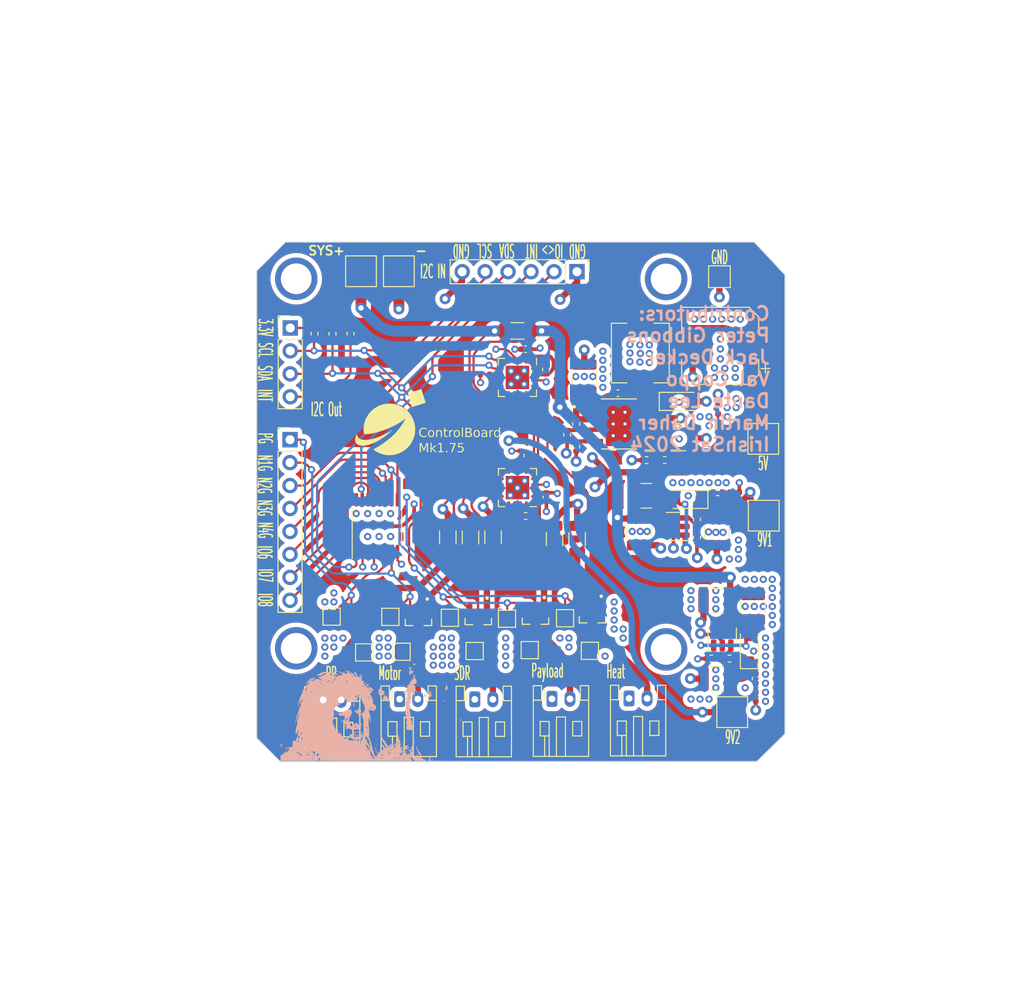
<source format=kicad_pcb>
(kicad_pcb (version 20240108) (generator "pcbnew") (generator_version "8.0")
  (layers (0 "F.Cu" signal "Top.Cu") (1 "In1.Cu" signal "GND.Cu") (2 "In2.Cu" signal "POW.Cu") (31 "B.Cu" signal "Bottom.Cu") (34 "B.Paste" user) (35 "F.Paste" user) (36 "B.SilkS" user "B.Silkscreen") (37 "F.SilkS" user "F.Silkscreen") (38 "B.Mask" user) (39 "F.Mask" user) (44 "Edge.Cuts" user))
  (net 0 "")
  (net 1 "SYS_IN+")
  (net 2 "SCL")
  (net 3 "SDA")
  (net 4 "GND")
  (net 5 "Net-(D3-A)")
  (net 6 "Net-(D4-A)")
  (net 7 "GPIO(RESET)")
  (net 8 "GPIO6")
  (net 9 "GPIO7")
  (net 10 "GPIO8")
  (net 11 "SDR")
  (net 12 "PMOS_G")
  (net 13 "NMOS1_G")
  (net 14 "NMOS2_G")
  (net 15 "NMOS3_G")
  (net 16 "+5V")
  (net 17 "Payload")
  (net 18 "RP")
  (net 19 "Motor")
  (net 20 "Net-(U2-FB)")
  (net 21 "+9V1")
  (net 22 "+9V2")
  (net 23 "Net-(D6-A)")
  (net 24 "Net-(D7-A)")
  (net 25 "Net-(D8-A)")
  (net 26 "Net-(U6-FB)")
  (net 29 "NMOSHeater_G")
  (net 30 "3.3V")
  (net 31 "INT")
  (net 32 "Net-(J2-Pin_2)")
  (net 33 "Net-(J3-Pin_2)")
  (net 34 "Net-(J4-Pin_2)")
  (net 35 "Net-(J5-Pin_2)")
  (net 36 "Net-(J6-Pin_2)")
  (net 37 "Net-(U4-~{PWRDN})")
  (net 38 "Net-(U4-ADDRSEL)")
  (net 40 "Net-(U1-BOOT)")
  (net 41 "Net-(D1-K)")
  (net 42 "Net-(U1-SSORPGOOD)")
  (net 43 "Net-(U1-EN)")
  (net 44 "Net-(U1-FB)")
  (net 45 "Net-(U1-RT{slash}SYNC)")
  (net 46 "Heat")
  (net 47 "Net-(U5-ADDRSEL)")
  (net 48 "Net-(U5-~{PWRDN})")
  (net 53 "SYS_in+")
  (footprint "TestPoint:TestPoint_Pad_1.5x1.5mm" (layer "F.Cu") (at 141.1478 120.8532)
    (property "Reference" "TP14" (hide yes))
    (property "Value" "TestPoint_NG3" (hide yes))
  )
  (footprint "Resistor_SMD:R_0402_1005Metric" (layer "F.Cu") (at 162.1625 109.86 -90)
    (property "Reference" "R1" (hide yes))
    (property "Value" "140k" (hide yes))
  )
  (footprint "Resistor_SMD:R_0402_1005Metric" (layer "F.Cu") (at 138.7125 93.825 180)
    (property "Reference" "R21" (hide yes))
    (property "Value" "10kOhm" (hide yes))
  )
  (footprint "Diode_SMD:D_SOD-123F" (layer "F.Cu") (at 167.9625 124.175 90)
    (property "Reference" "D7" (hide yes))
    (property "Value" "D_Schottky" (hide yes))
  )
  (footprint "TestPoint:TestPoint_Pad_1.5x1.5mm" (layer "F.Cu") (at 121.7422 120.6246)
    (property "Reference" "TP11" (hide yes))
    (property "Value" "TestPoint_PG" (hide yes))
  )
  (footprint "Connector_PinHeader_2.54mm:PinHeader_1x04_P2.54mm_Vertical" (layer "F.Cu") (at 117.1702 88.6714)
    (property "Reference" "J9" (hide yes))
    (property "Value" "Conn_01x04_Pin" (hide yes))
  )
  (footprint "MountingHole:MountingHole_2.7mm_M2.5_DIN965_Pad" (layer "F.Cu") (at 117.8306 83.229799)
    (property "Reference" "REF**" (hide yes))
    (property "Value" "MountingHole_2.7mm_M2.5_DIN965_Pad" (hide yes))
  )
  (footprint "Inductor_SMD:L_1210_3225Metric" (layer "F.Cu") (at 156.5625 107.25)
    (property "Reference" "L3" (hide yes))
    (property "Value" "22uH" (hide yes))
  )
  (footprint "Diode_SMD:D_SOD-123F" (layer "F.Cu") (at 160.2 96.8)
    (property "Reference" "D1" (hide yes))
    (property "Value" "D_Schottky" (hide yes))
  )
  (footprint "Resistor_SMD:R_1206_3216Metric" (layer "F.Cu") (at 146.4075 112.045 -90)
    (property "Reference" "R15" (hide yes))
    (property "Value" "0.05Ohm" (hide yes))
  )
  (footprint "TestPoint:TestPoint_Pad_1.5x1.5mm" (layer "F.Cu") (at 143.6624 124.333)
    (property "Reference" "TP6" (hide yes))
    (property "Value" "TestPoint_NS" (hide yes))
  )
  (footprint "Capacitor_SMD:C_0402_1005Metric" (layer "F.Cu") (at 143.2 91.025 180)
    (property "Reference" "C1" (hide yes))
    (property "Value" "100nF" (hide yes))
  )
  (footprint "TestPoint:TestPoint_Pad_2.0x2.0mm" (layer "F.Cu") (at 164.65 83)
    (property "Reference" "TP8" (hide yes))
    (property "Value" "GND" (hide yes))
  )
  (footprint "Resistor_SMD:R_1206_3216Metric" (layer "F.Cu") (at 139.6075 111.845 -90)
    (property "Reference" "R14" (hide yes))
    (property "Value" "0.05Ohm" (hide yes))
  )
  (footprint "TestPoint:TestPoint_Pad_1.5x1.5mm" (layer "F.Cu") (at 150.3172 124.4092)
    (property "Reference" "TP7" (hide yes))
    (property "Value" "TestPoint_NS" (hide yes))
  )
  (footprint "TestPoint:TestPoint_Pad_1.5x1.5mm" (layer "F.Cu") (at 147.574 120.8024)
    (property "Reference" "TP21" (hide yes))
    (property "Value" "TestPoint_NG3" (hide yes))
  )
  (footprint "Package_TO_SOT_SMD:SOT-23-6" (layer "F.Cu") (at 164.9625 122.675 90)
    (property "Reference" "U2" (hide yes))
    (property "Value" "MT3608" (hide yes))
  )
  (footprint "folder:IrishSat" (layer "F.Cu") (at 128.25 99.1)
    (property "Reference" "G***" (hide yes))
    (property "Value" "LOGO" (hide yes))
  )
  (footprint "IRLML2502:SOT95P237X112-3N" (layer "F.Cu") (at 131.3536 120.9638 -90)
    (property "Reference" "Q1" (hide yes))
    (property "Value" "NMOS1" (hide yes))
  )
  (footprint "LED_SMD:LED_0402_1005Metric" (layer "F.Cu") (at 166.3625 106.85 180)
    (property "Reference" "D3" (hide yes))
    (property "Value" "LED" (hide yes))
  )
  (footprint "Resistor_SMD:R_0402_1005Metric" (layer "F.Cu") (at 143.2075 109.495)
    (property "Reference" "R10" (hide yes))
    (property "Value" "10kOhm" (hide yes))
  )
  (footprint "Resistor_SMD:R_1206_3216Metric" (layer "F.Cu") (at 148.9075 112.045 -90)
    (property "Reference" "R17" (hide yes))
    (property "Value" "0.05Ohm" (hide yes))
  )
  (footprint "Resistor_SMD:R_0402_1005Metric" (layer "F.Cu") (at 121.8438 89.3064 90)
    (property "Reference" "R9" (hide yes))
    (property "Value" "10K" (hide yes))
  )
  (footprint "TestPoint:TestPoint_Pad_1.5x1.5mm" (layer "F.Cu") (at 137.5664 124.4346)
    (property "Reference" "TP5" (hide yes))
    (property "Value" "TestPoint_NS" (hide yes))
  )
  (footprint "Resistor_SMD:R_0402_1005Metric" (layer "F.Cu") (at 168.6625 127.475 90)
    (property "Reference" "R5" (hide yes))
    (property "Value" "227 Ohm" (hide yes))
  )
  (footprint "IRLML2502:SOT95P237X112-3N" (layer "F.Cu") (at 150.5966 120.6685 -90)
    (property "Reference" "Q5" (hide yes))
    (property "Value" "NMOS4" (hide yes))
  )
  (footprint "TestPoint:TestPoint_Pad_1.5x1.5mm" (layer "F.Cu") (at 125.349 124.587)
    (property "Reference" "TP3" (hide yes))
    (property "Value" "TestPoint_PS" (hide yes))
  )
  (footprint "Connector_PinHeader_2.54mm:PinHeader_1x06_P2.54mm_Vertical" (layer "F.Cu") (at 148.89 82.45 -90)
    (property "Reference" "J8" (hide yes))
    (property "Value" "Conn_01x06_Pin" (hide yes))
  )
  (footprint "MountingHole:MountingHole_2.7mm_M2.5_DIN965_Pad" (layer "F.Cu") (at 117.8306 124.129799)
    (property "Reference" "REF**" (hide yes))
    (property "Value" "MountingHole_2.7mm_M2.5_DIN965_Pad" (hide yes))
  )
  (footprint "Resistor_SMD:R_0402_1005Metric" (layer "F.Cu") (at 156.6 103.3 180)
    (property "Reference" "R_FBB1" (hide yes))
    (property "Value" "2k" (hide yes))
  )
  (footprint "Connector_JST:JST_PH_S2B-PH-K_1x02_P2.00mm_Horizontal" (layer "F.Cu") (at 154.6512 129.6808)
    (property "Reference" "J6" (hide yes))
    (property "Value" "Conn_01x02_Pin" (hide yes))
  )
  (footprint "Resistor_SMD:R_0402_1005Metric" (layer "F.Cu") (at 164.4625 106.85 180)
    (property "Reference" "R7" (hide yes))
    (property "Value" "227 Ohm" (hide yes))
  )
  (footprint "Capacitor_SMD:C_0402_1005Metric" (layer "F.Cu") (at 153.42 95.9)
    (property "Reference" "C_boot1" (hide yes))
    (property "Value" "0.1uF" (hide yes))
  )
  (footprint "TestPoint:TestPoint_Pad_3.0x3.0mm" (layer "F.Cu") (at 169.55 109.45)
    (property "Reference" "TP15" (hide yes))
    (property "Value" "TestPoint_9V1" (hide yes))
  )
  (footprint "Resistor_SMD:R_0402_1005Metric" (layer "F.Cu") (at 163.75 125.275 180)
    (property "Reference" "R4" (hide yes))
    (property "Value" "10k" (hide yes))
  )
  (footprint "Resistor_SMD:R_0402_1005Metric" (layer "F.Cu") (at 147.8 100.5 -90)
    (property "Reference" "R_ENB1" (hide yes))
    (property "Value" "2k" (hide yes))
  )
  (footprint "MountingHole:MountingHole_2.7mm_M2.5_DIN965_Pad" (layer "F.Cu") (at 158.75 124.25)
    (property "Reference" "REF**" (hide yes))
    (property "Value" "MountingHole_2.7mm_M2.5_DIN965_Pad" (hide yes))
  )
  (footprint "TestPoint:TestPoint_Pad_3.0x3.0mm" (layer "F.Cu") (at 129.1844 82.3976)
    (property "Reference" "TP2" (hide yes))
    (property "Value" "SYS_IN-/GND" (hide yes))
  )
  (footprint "TestPoint:TestPoint_Pad_1.5x1.5mm" (layer "F.Cu") (at 134.8232 120.7516)
    (property "Reference" "TP13" (hide yes))
    (property "Value" "TestPoint_NG2" (hide yes))
  )
  (footprint "Diode_SMD:D_SOD-123F" (layer "F.Cu") (at 161.1625 107.65 180)
    (property "Reference" "D6" (hide yes))
    (property "Value" "D_Schottky" (hide yes))
  )
  (footprint "IRLML2502:SOT95P237X112-3N" (layer "F.Cu") (at 144.2974 120.8209 -90)
    (property "Reference" "Q2" (hide yes))
    (property "Value" "NMOS3" (hide yes))
  )
  (footprint "Package_DFN_QFN:UQFN-16-1EP_4x4mm_P0.65mm_EP2.6x2.6mm" (layer "F.Cu") (at 142.3075 106.345 180)
    (property "Reference" "U4" (hide yes))
    (property "Value" "PAC1934x-xJQ" (hide yes))
  )
  (footprint "Resistor_SMD:R_0402_1005Metric" (layer "F.Cu") (at 164.5 99.6 -90)
    (property "Reference" "R8" (hide yes))
    (property "Value" "93 Ohm" (hide yes))
  )
  (footprint "Resistor_SMD:R_0402_1005Metric" (layer "F.Cu") (at 165.7625 125.275 180)
    (property "Reference" "R3" (hide yes))
    (property "Value" "2.2k" (hide yes))
  )
  (footprint "Capacitor_SMD:C_1210_3225Metric" (layer "F.Cu") (at 164.3625 118.875 180)
    (property "Reference" "C9_IN1" (hide yes))
    (property "Value" "22uF X7R" (hide yes))
  )
  (footprint "Capacitor_SMD:C_1210_3225Metric" (layer "F.Cu") (at 164.3625 111.25 -90)
    (property "Reference" "C7_OUT1" (hide yes))
    (property "Value" "22uF X7R" (hide yes))
  )
  (footprint "Connector_JST:JST_PH_S2B-PH-K_1x02_P2.00mm_Horizontal" (layer "F.Cu") (at 137.5824 129.7824)
    (property "Reference" "J4" (hide yes))
    (property "Value" "Conn_01x02_Pin" (hide yes))
  )
  (footprint "Connector_JST:JST_PH_S2B-PH-K_1x02_P2.00mm_Horizontal" (layer "F.Cu") (at 129.2766 129.757)
    (property "Reference" "J3" (hide yes))
    (property "Value" "Conn_01x02_Pin" (hide yes))
  )
  (footprint "Resistor_SMD:R_1206_3216Metric" (layer "F.Cu") (at 137.1075 111.8575 -90)
    (property "Reference" "R13" (hide yes))
    (property "Value" "0.05Ohm" (hide yes))
  )
  (footprint "Resistor_SMD:R_0402_1005Metric" (layer "F.Cu") (at 119.8538 89.3064 90)
    (property "Reference" "R6" (hide yes))
    (property "Value" "10K" (hide yes))
  )
  (footprint "Resistor_SMD:R_0402_1005Metric" (layer "F.Cu") (at 148.8 99.29 -90)
    (property "Reference" "R_ENT1" (hide yes))
    (property "Value" "8.67k" (hide yes))
  )
  (footprint "Resistor_SMD:R_0402_1005Metric" (layer "F.Cu") (at 123.8338 89.3064 90)
    (property "Reference" "R16" (hide yes))
    (property "Value" "10K" (hide yes))
  )
  (footprint "TestPoint:TestPoint_Pad_3.0x3.0mm" (layer "F.Cu") (at 169.5 100.95)
    (property "Reference" "TP16" (hide yes))
    (property "Value" "TestPoint_5V" (hide yes))
  )
  (footprint "Capacitor_SMD:CP_Elec_8x6.7" (layer "F.Cu") (at 164.7325 90.65 180)
    (property "Reference" "C_out1" (hide yes))
    (property "Value" "47uF" (hide yes))
  )
  (footprint "TestPoint:TestPoint_Pad_3.0x3.0mm" (layer "F.Cu") (at 124.9934 82.3976)
    (property "Reference" "TP1" (hide yes))
    (property "Value" "SYS_IN+" (hide yes))
  )
  (footprint "Connector_JST:JST_PH_S2B-PH-K_1x02_P2.00mm_Horizontal" (layer "F.Cu") (at 146.1168 129.7316)
    (property "Reference" "J5" (hide yes))
    (property "Value" "Conn_01x02_Pin" (hide yes))
  )
  (footprint "Connector_JST:JST_PH_S2B-PH-K_1x02_P2.00mm_Horizontal" (layer "F.Cu") (at 120.809 129.8448)
    (property "Reference" "J2" (hide yes))
    (property "Value" "Conn_01x02_Pin" (hide yes))
  )
  (footprint "TestPoint:TestPoint_Pad_1.5x1.5mm" (layer "F.Cu") (at 128.2446 120.65)
    (property "Reference" "TP12" (hide yes))
    (property "Value" "TestPoint_NG1" (hide yes))
  )
  (footprint "Connector_PinHeader_2.54mm:PinHeader_1x08_P2.54mm_Vertical" (layer "F.Cu") (at 117.1448 101.0412)
    (property "Reference" "J7" (hide yes))
    (property "Value" "Conn_01x08_Pin" (hide yes))
  )
  (footprint "Package_SO:TSSOP-16_4.4x5mm_P0.65mm" (layer "F.Cu") (at 126.757 110.5585 90)
    (property "Reference" "U3" (hide yes))
    (property "Value" "PCA9557PW" (hide yes))
  )
  (footprint "LED_SMD:LED_0402_1005Metric" (layer "F.Cu") (at 164.5 97.7 -90)
    (property "Reference" "D4" (hide yes))
    (property "Value" "LED" (hide yes))
  )
  (footprint "LED_SMD:LED_0402_1005Metric" (layer "F.Cu") (at 168.6625 129.475 90)
    (property "Reference" "D8" (hide yes))
    (property "Value" "LED" (hide yes))
  )
  (footprint "Capacitor_SMD:C_1210_3225Metric" (layer "F.Cu") (at 155.7625 111.25 -90)
    (property "Reference" "C8_IN1" (hide yes))
    (property "Value" "22uF X7R" (hide yes))
  )
  (footprint "MountingHole:MountingHole_2.7mm_M2.5_DIN965_Pad" (layer "F.Cu") (at 158.75 83.25)
    (property "Reference" "REF**" (hide yes))
    (property "Value" "MountingHole_2.7mm_M2.5_DIN965_Pad" (hide yes))
  )
  (footprint "Capacitor_SMD:C_1210_3225Metric" (layer "F.Cu") (at 160.2 100.9)
    (property "Reference" "C_SS1" (hide yes))
    (property "Value" "12.5uF" (hide yes))
  )
  (footprint "TestPoint:TestPoint_Pad_1.5x1.5mm" (layer "F.Cu") (at 129.4892 124.5108)
    (property "Reference" "TP4" (hide yes))
    (property "Value" "TestPoint_NS" (hide yes))
  )
  (footprint "Inductor_SMD:L_1210_3225Metric" (layer "F.Cu") (at 168.3625 119.575 -90)
    (property "Reference" "L4" (hide yes))
    (property "Value" "22uH" (hide yes))
  )
  (footprint "Package_TO_SOT_SMD:SOT-23-6" (layer "F.Cu") (at 159.5625 110.65 180)
    (property "Reference" "U6" (hide yes))
    (property "Value" "MT3608" (hide yes))
  )
  (footprint "Resistor_SMD:R_1206_3216Metric" (layer "F.Cu") (at 142.3 89)
    (property "Reference" "R19" (hide yes))
    (property "Value" "0.05Ohm" (hide yes))
  )
  (footprint "Resistor_SMD:R_0402_1005Metric" (layer "F.Cu") (at 142.6575 102.795 90)
    (property "Reference" "R11" (hide yes))
    (property "Value" "10kOhm" (hide yes))
  )
  (footprint "Capacitor_SMD:C_1210_3225Metric" (layer "F.Cu") (at 164.3625 127.5 180)
    (property "Reference" "C10_OUT1" (hide yes))
    (property "Value" "22uF X7R" (hide yes))
  )
  (footprint "Resistor_SMD:R_0402_1005Metric" (layer "F.Cu") (at 148.8 101.8 -90)
    (property "Reference" "R_T1" (hide yes))
    (property "Value" "50kOhm" (hide yes))
  )
  (footprint "LMR16030PDDA:VREG_LMR16030PDDA" (layer "F.Cu") (at 153.55 99.3)
    (property "Reference" "U1" (hide yes))
    (property "Value" "LMR16030PDDA" (hide yes))
  )
  (footprint "Capacitor_SMD:C_0402_1005Metric" (layer "F.Cu") (at 145.5075 107.395 -90)
    (property "Reference" "C15" (hide yes))
    (property "Value" "100nF" (hide yes))
  )
  (footprint "Resistor_SMD:R_0402_1005Metric" (layer "F.Cu") (at 162.1625 111.86 -90)
    (property "Reference" "R2" (hide yes))
    (property "Value" "10k" (hide yes))
  )
  (footprint "IRLML6402:SOT23" (layer "F.Cu") (at 124.8918 121.158 180)
    (property "Reference" "Q4" (hide yes))
    (property "Value" "PMOS" (hide yes))
  )
  (footprint "Resistor_SMD:R_1206_3216Metric" (layer "F.Cu") (at 134.6 111.85 -90)
    (property "Reference" "R12" (hide yes))
    (property "Value" "0.05Ohm" (hide yes))
  )
  (footprint "Package_DFN_QFN:UQFN-16-1EP_4x4mm_P0.65mm_EP2.6x2.6mm" (layer "F.Cu") (at 142.3 94.15 -90)
    (property "Reference" "U5" (hide yes))
    (property "Value" "PAC1934x-xJQ" (hide yes))
  )
  (footprint "Resistor_SMD:R_0402_1005Metric" (layer "F.Cu") (at 145.4625 93.275 90)
    (property "Reference" "R22" (hide yes))
    (property "Value" "10kOhm" (hide yes))
  )
  (footprint "Capacitor_SMD:C_1210_3225Metric" (layer "F.Cu") (at 149.7 94.2 90)
    (property "Reference" "C_IN1" (hide yes))
    (property "Value" "22uF" (hide yes))
  )
  (footprint "Inductor_SMD:L_6.3x6.3_H3" (layer "F.Cu") (at 155.9 91.45 90)
    (property "Reference" "L1" (hide yes))
    (property "Value" "5uH" (hide yes))
  )
  (footprint "TestPoint:TestPoint_Pad_3.0x3.0mm" (layer "F.Cu") (at 166.0625 131.2 -90)
    (property "Reference" "TP18" (hide yes))
    (property "Value" "TestPoint_9v2" (hide yes))
  )
  (footprint "IRLML2502:SOT95P237X112-3N" (layer "F.Cu") (at 137.9728 120.8717 -90)
    (property "Reference" "Q3" (hide yes))
    (property "Value" "NMOS2" (hide yes))
  )
  (footprint "Resistor_SMD:R_0402_1005Metric" (layer "F.Cu") (at 158.59 103.3 180)
    (property "Reference" "R_FBT1" (hide yes))
    (property "Value" "11.34K" (hide yes))
  )
  (footprint "LOGO" (layer "B.Cu") (at 126.1 131.2 180)
    (property "Reference" "G***" (hide yes))
    (property "Value" "LOGO" (hide yes))
  )
  (gr_line (start 161.1376 136.652) (end 158.4706 136.652) (stroke (width 0.1)) (layer "Edge.Cuts"))
  (gr_line (start 113.4618 126.2634) (end 113.4618 126.6952) (stroke (width 0.1)) (layer "Edge.Cuts"))
  (gr_line (start 158.5468 79.1718) (end 168.5 79.1718) (stroke (width 0.1)) (layer "Edge.Cuts"))
  (gr_line (start 158.5468 79.1718) (end 117.8052 79.1718) (stroke (width 0.1)) (layer "Edge.Cuts"))
  (gr_line (start 113.4618 124.6124) (end 113.4618 126.2634) (stroke (width 0.1)) (layer "Edge.Cuts"))
  (gr_line (start 171.9 124.5359) (end 171.9 82.8) (stroke (width 0.1)) (layer "Edge.Cuts"))
  (gr_line (start 116.64 79.1718) (end 117.8052 79.1718) (stroke (width 0.1)) (layer "Edge.Cuts"))
  (gr_line (start 161.1376 136.652) (end 168.8 136.652) (stroke (width 0.1)) (layer "Edge.Cuts"))
  (gr_line (start 113.4618 82.35) (end 116.64 79.1718) (stroke (width 0.1)) (layer "Edge.Cuts"))
  (gr_line (start 113.4618 132.08) (end 113.4618 133.7) (stroke (width 0.1)) (layer "Edge.Cuts"))
  (gr_line (start 168.8 136.652) (end 171.9 133.596446) (stroke (width 0.1)) (layer "Edge.Cuts"))
  (gr_line (start 113.4618 126.6952) (end 113.4618 132.08) (stroke (width 0.1)) (layer "Edge.Cuts"))
  (gr_line (start 113.4618 133.7) (end 113.4618 134.052) (stroke (width 0.1)) (layer "Edge.Cuts"))
  (gr_line (start 113.4618 82.35) (end 113.4618 124.6124) (stroke (width 0.1)) (layer "Edge.Cuts"))
  (gr_line (start 116.05 136.652) (end 113.4618 134.052) (stroke (width 0.1)) (layer "Edge.Cuts"))
  (gr_line (start 171.9 133.596446) (end 171.9 124.5359) (stroke (width 0.1)) (layer "Edge.Cuts"))
  (gr_line (start 116.05 136.652) (end 158.4706 136.652) (stroke (width 0.1)) (layer "Edge.Cuts"))
  (gr_line (start 171.9 82.8) (end 168.5 79.1718) (stroke (width 0.1)) (layer "Edge.Cuts"))
  (gr_text "Contributors:\nPeter Gibbons\nJack Decker\nVal Coppo\nDante Lee\nMartin Daher\nIrishSat 2024" (at 170.4 102.45 0) (layer "B.SilkS") (effects (font (size 1.5 1.5) (thickness 0.3) (bold yes)) (justify left bottom mirror)))
  (gr_text "N1G" (at 113.4872 102.616 270) (layer "F.SilkS") (effects (font (size 1.5 0.6) (thickness 0.15) (bold yes)) (justify left bottom)))
  (gr_text "3.3V" (at 113.55 87.55 -90) (layer "F.SilkS") (effects (font (size 1.5 0.6) (thickness 0.15) (bold yes)) (justify left bottom)))
  (gr_text "INT" (at 113.4872 95.3516 270) (layer "F.SilkS") (effects (font (size 1.5 0.6) (thickness 0.15) (bold yes)) (justify left bottom)))
  (gr_text "SDR" (at 135.2042 127.762 0) (layer "F.SilkS") (effects (font (size 1.5 0.6) (thickness 0.15) (bold yes)) (justify left bottom)))
  (gr_text "N2G" (at 113.4364 105.1052 270) (layer "F.SilkS") (effects (font (size 1.5 0.6) (thickness 0.15) (bold yes)) (justify left bottom)))
  (gr_text "PG" (at 113.5126 100.1776 270) (layer "F.SilkS") (effects (font (size 1.5 0.6) (thickness 0.15) (bold yes)) (justify left bottom)))
  (gr_text "N4G" (at 113.5126 110.0582 270) (layer "F.SilkS") (effects (font (size 1.5 0.6) (thickness 0.15) (bold yes)) (justify left bottom)))
  (gr_text "RP" (at 121.0056 127.8382 0) (layer "F.SilkS") (effects (font (size 1.5 0.6) (thickness 0.15) (bold yes)) (justify left bottom)))
  (gr_text "SCL" (at 139.5984 79.2226 180) (layer "F.SilkS") (effects (font (size 1.5 0.6) (thickness 0.15) (bold yes)) (justify left bottom)))
  (gr_text "GND" (at 163.65 81.75 0) (layer "F.SilkS") (effects (font (size 1.5 0.6) (thickness 0.15) (bold yes)) (justify left bottom)))
  (gr_text "5V" (at 168.85 104.55 0) (layer "F.SilkS") (effects (font (size 1.5 0.6) (thickness 0.15) (bold yes)) (justify left bottom)))
  (gr_text "GND" (at 137.1 79.25 180) (layer "F.SilkS") (effects (font (size 1.5 0.6) (thickness 0.15) (bold yes)) (justify left bottom)))
  (gr_text "9V2" (at 165.2 134.85 0) (layer "F.SilkS") (effects (font (size 1.5 0.6) (thickness 0.15) (bold yes)) (justify left bottom)))
  (gr_text "ControlBoard\nMk1.75" (at 131.35 102.6 0) (layer "F.SilkS") (effects (font (size 1 1)) (justify left bottom)))
  (gr_text "Payload" (at 143.764 127.508 0) (layer "F.SilkS") (effects (font (size 1.5 0.6) (thickness 0.15) (bold yes)) (justify left bottom)))
  (gr_text "SCL" (at 113.538 90.1954 270) (layer "F.SilkS") (effects (font (size 1.5 0.6) (thickness 0.15) (bold yes)) (justify left bottom)))
  (gr_text "I2C Out" (at 119.3546 98.5774 0) (layer "F.SilkS") (effects (font (size 1.5 0.6) (thickness 0.15) (bold yes)) (justify left bottom)))
  (gr_text "Motor" (at 126.8476 127.762 0) (layer "F.SilkS") (effects (font (size 1.5 0.6) (thickness 0.15) (bold yes)) (justify left bottom)))
  (gr_text "IO6" (at 113.4618 112.6744 270) (layer "F.SilkS") (effects (font (size 1.5 0.6) (thickness 0.15) (bold yes)) (justify left bottom)))
  (gr_text "SDA" (at 113.4872 92.7354 270) (layer "F.SilkS") (effects (font (size 1.5 0.6) (thickness 0.15) (bold yes)) (justify left bottom)))
  (gr_text "IO8\n" (at 113.5126 117.9322 270) (layer "F.SilkS") (effects (font (size 1.5 0.6) (thickness 0.15) (bold yes)) (justify left bottom)))
  (gr_text "-" (at 130.8844 80.6976 0) (layer "F.SilkS") (effects (font (size 1 1) (thickness 0.2) (bold yes)) (justify left bottom)))
  (gr_text "GND" (at 149.95 79.25 180) (layer "F.SilkS") (effects (font (size 1.5 0.6) (thickness 0.15) (bold yes)) (justify left bottom)))
  (gr_text "I2C IN\n" (at 131.45 83.3 0) (layer "F.SilkS") (effects (font (size 1.5 0.6) (thickness 0.15) (bold yes)) (justify left bottom)))
  (gr_text "SYS+" (at 119.05 80.7 0) (layer "F.SilkS") (effects (font (size 1 1) (thickness 0.2) (bold yes)) (justify left bottom)))
  (gr_text "Heat" (at 152.0698 127.5842 0) (layer "F.SilkS") (effects (font (size 1.5 0.6) (thickness 0.15) (bold yes)) (justify left bottom)))
  (gr_text "9V1" (at 168.75 113 0) (layer "F.SilkS") (effects (font (size 1.5 0.6) (thickness 0.15) (bold yes)) (justify left bottom)))
  (gr_text "IO<>" (at 147.45 79.25 180) (layer "F.SilkS") (effects (font (size 1.5 0.6) (thickness 0.15) (bold yes)) (justify left bottom)))
  (gr_text "N3G" (at 113.4618 107.5944 270) (layer "F.SilkS") (effects (font (size 1.5 0.6) (thickness 0.15) (bold yes)) (justify left bottom)))
  (gr_text "INT" (at 144.653 79.248 180) (layer "F.SilkS") (effects (font (size 1.5 0.6) (thickness 0.15) (bold yes)) (justify left bottom)))
  (gr_text "IO7" (at 113.538 115.2144 270) (layer "F.SilkS") (effects (font (size 1.5 0.6) (thickness 0.15) (bold yes)) (justify left bottom)))
  (gr_text "SDA" (at 142.0876 79.2226 180) (layer "F.SilkS") (effects (font (size 1.5 0.6) (thickness 0.15) (bold yes)) (justify left bottom)))
  (via (at 141 126) (size 0.8) (drill 0.4) (layers "F.Cu" "B.Cu") (net 0))
  (via (at 135 125) (size 0.8) (drill 0.4) (layers "F.Cu" "B.Cu") (net 0))
  (via (at 169.75 128) (size 0.8) (drill 0.4) (layers "F.Cu" "B.Cu") (net 0))
  (via (at 162.5 129.75) (size 0.8) (drill 0.4) (layers "F.Cu" "B.Cu") (net 0))
  (via (at 151.75 92.25) (size 0.8) (drill 0.4) (layers "F.Cu" "B.Cu") (net 0))
  (via (at 128 125) (size 0.8) (drill 0.4) (layers "F.Cu" "B.Cu") (net 0))
  (via (at 170.5 120.5) (size 0.8) (drill 0.4) (layers "F.Cu" "B.Cu") (net 0))
  (via (at 141 124) (size 0.8) (drill 0.4) (layers "F.Cu" "B.Cu") (net 0))
  (via (at 122 118) (size 0.8) (drill 0.4) (layers "F.Cu" "B.Cu") (net 0))
  (via (at 127 111.76) (size 0.8) (drill 0.4) (layers "F.Cu" "B.Cu") (net 0))
  (via (at 167.5 128.5) (size 0.8) (drill 0.4) (layers "F.Cu" "B.Cu") (net 0))
  (via (at 162.5 105.8) (size 0.8) (drill 0.4) (layers "F.Cu" "B.Cu") (net 0))
  (via (at 169.5 116.5) (size 0.8) (drill 0.4) (layers "F.Cu" "B.Cu") (net 0))
  (via (at 165.4 105.8) (size 0.8) (drill 0.4) (layers "F.Cu" "B.Cu") (net 0))
  (via (at 163.5 99.5) (size 0.8) (drill 0.4) (layers "F.Cu" "B.Cu") (net 0))
  (via (at 155 111.2) (size 0.8) (drill 0.4) (layers "F.Cu" "B.Cu") (net 0))
  (via (at 164.25 117.75) (size 0.8) (drill 0.4) (layers "F.Cu" "B.Cu") (net 0))
  (via (at 156.65 111.2) (size 0.8) (drill 0.4) (layers "F.Cu" "B.Cu") (net 0))
  (via (at 165.5 97.5) (size 0.8) (drill 0.4) (layers "F.Cu" "B.Cu") (net 0))
  (via (at 167.5 116.5) (size 0.8) (drill 0.4) (layers "F.Cu" "B.Cu") (net 0))
  (via (at 166.5 97.5) (size 0.8) (drill 0.4) (layers "F.Cu" "B.Cu") (net 0))
  (via (at 153 119) (size 0.8) (drill 0.4) (layers "F.Cu" "B.Cu") (net 0))
  (via (at 161.5 117.75) (size 0.8) (drill 0.4) (layers "F.Cu" "B.Cu") (net 0))
  (via (at 164.1 93.1) (size 0.8) (drill 0.4) (layers "F.Cu" "B.Cu") (net 0))
  (via (at 121 125) (size 0.8) (drill 0.4) (layers "F.Cu" "B.Cu") (net 0))
  (via (at 125.73 111.76) (size 0.8) (drill 0.4) (layers "F.Cu" "B.Cu") (net 0))
  (via (at 164.25 127.5) (size 0.8) (drill 0.4) (layers "F.Cu" "B.Cu") (net 0))
  (via (at 169.75 127) (size 0.8) (drill 0.4) (layers "F.Cu" "B.Cu") (net 0))
  (via (at 169.75 130) (size 0.8) (drill 0.4) (layers "F.Cu" "B.Cu") (net 0))
  (via (at 148 123) (size 0.8) (drill 0.4) (layers "F.Cu" "B.Cu") (net 0))
  (via (at 166.75 113.2) (size 0.8) (drill 0.4) (layers "F.Cu" "B.Cu") (net 0))
  (via (at 169.75 126) (size 0.8) (drill 0.4) (layers "F.Cu" "B.Cu") (net 0))
  (via (at 152 125) (size 0.8) (drill 0.4) (layers "F.Cu" "B.Cu") (net 0))
  (via (at 124.46 109.22) (size 0.8) (drill 0.4) (layers "F.Cu" "B.Cu") (net 0))
  (via (at 166.75 112.15) (size 0.8) (drill 0.4) (layers "F.Cu" "B.Cu") (net 0))
  (via (at 151.75 91.25) (size 0.8) (drill 0.4) (layers "F.Cu" "B.Cu") (net 0))
  (via (at 154.75 91.45) (size 0.8) (drill 0.4) (layers "F.Cu" "B.Cu") (net 0))
  (via (at 121 123) (size 0.8) (drill 0.4) (layers "F.Cu" "B.Cu") (net 0))
  (via (at 170.5 117.5) (size 0.8) (drill 0.4) (layers "F.Cu" "B.Cu") (net 0))
  (via (at 128 124) (size 0.8) (drill 0.4) (layers "F.Cu" "B.Cu") (net 0))
  (via (at 160.5 105.8) (size 0.8) (drill 0.4) (layers "F.Cu" "B.Cu") (net 0))
  (via (at 170.5 118.5) (size 0.8) (drill 0.4) (layers "F.Cu" "B.Cu") (net 0))
  (via (at 165.25 93.15) (size 0.8) (drill 0.4) (layers "F.Cu" "B.Cu") (net 0))
  (via (at 169.75 124) (size 0.8) (drill 0.4) (layers "F.Cu" "B.Cu") (net 0))
  (via (at 153 120) (size 0.8) (drill 0.4) (layers "F.Cu" "B.Cu") (net 0))
  (via (at 133 125) (size 0.8) (drill 0.4) (layers "F.Cu" "B.Cu") (net 0))
  (via (at 166.4 93.15) (size 0.8) (drill 0.4) (layers "F.Cu" "B.Cu") (net 0))
  (via (at 170.5 116.5) (size 0.8) (drill 0.4) (layers "F.Cu" "B.Cu") (net 0))
  (via (at 164.25 126.5) (size 0.8) (drill 0.4) (layers "F.Cu" "B.Cu") (net 0))
  (via (at 141 123) (size 0.8) (drill 0.4) (layers "F.Cu" "B.Cu") (net 0))
  (via (at 165.5 98.5) (size 0.8) (drill 0.4) (layers "F.Cu" "B.Cu") (net 0))
  (via (at 151.75 95.25) (size 0.8) (drill 0.4) (layers "F.Cu" "B.Cu") (net 0))
  (via (at 161.5 119.75) (size 0.8) (drill 0.4) (layers "F.Cu" "B.Cu") (net 0))
  (via (at 134 123) (size 0.8) (drill 0.4) (layers "F.Cu" "B.Cu") (net 0))
  (via (at 164.1 94.15) (size 0.8) (drill 0.4) (layers "F.Cu" "B.Cu") (net 0))
  (via (at 135 124) (size 0.8) (drill 0.4) (layers "F.Cu" "B.Cu") (net 0))
  (via (at 164.75 91) (size 0.8) (drill 0.4) (layers "F.Cu" "B.Cu") (net 0))
  (via (at 161.5 105.8) (size 0.8) (drill 0.4) (layers "F.Cu" "B.Cu") (net 0))
  (via (at 147 123) (size 0.8) (drill 0.4) (layers "F.Cu" "B.Cu") (net 0))
  (via (at 166.5 96.5) (size 0.8) (drill 0.4) (layers "F.Cu" "B.Cu") (net 0))
  (via (at 127 125) (size 0.8) (drill 0.4) (layers "F.Cu" "B.Cu") (net 0))
  (via (at 128.27 111.76) (size 0.8) (drill 0.4) (layers "F.Cu" "B.Cu") (net 0))
  (via (at 161.5 118.75) (size 0.8) (drill 0.4) (layers "F.Cu" "B.Cu") (net 0))
  (via (at 153 121) (size 0.8) (drill 0.4) (layers "F.Cu" "B.Cu") (net 0))
  (via (at 164.25 119.75) (size 0.8) (drill 0.4) (layers "F.Cu" "B.Cu") (net 0))
  (via (at 168.432064 124.442594) (size 0.8) (drill 0.4) (layers "F.Cu" "B.Cu") (net 0))
  (via (at 159.5 105.8) (size 0.8) (drill 0.4) (layers "F.Cu" "B.Cu") (net 0))
  (via (at 134 126) (size 0.8) (drill 0.4) (layers "F.Cu" "B.Cu") (net 0))
  (via (at 164.25 111.3) (size 0.8) (drill 0.4) (layers "F.Cu" "B.Cu") (net 0))
  (via (at 166.75 114.25) (size 0.8) (drill 0.4) (layers "F.Cu" "B.Cu") (net 0))
  (via (at 127 109.22) (size 0.8) (drill 0.4) (layers "F.Cu" "B.Cu") (net 0))
  (via (at 134 124) (size 0.8) (drill 0.4) (layers "F.Cu" "B.Cu") (net 0))
  (via (at 169.75 123) (size 0.8) (drill 0.4) (layers "F.Cu" "B.Cu") (net 0))
  (via (at 127 123) (size 0.8) (drill 0.4) (layers "F.Cu" "B.Cu") (net 0))
  (via (at 169.5 119.5) (size 0.8) (drill 0.4) (layers "F.Cu" "B.Cu") (net 0))
  (via (at 168.5 119.5) (size 0.8) (drill 0.4) (layers "F.Cu" "B.Cu") (net 0))
  (via (at 151.75 93.25) (size 0.8) (drill 0.4) (layers "F.Cu" "B.Cu") (net 0))
  (via (at 122 123) (size 0.8) (drill 0.4) (layers "F.Cu" "B.Cu") (net 0))
  (via (at 155.9 111.2) (size 0.8) (drill 0.4) (layers "F.Cu" "B.Cu") (net 0))
  (via (at 170.5 121.5) (size 0.8) (drill 0.4) (layers "F.Cu" "B.Cu") (net 0))
  (via (at 165.75 114.25) (size 0.8) (drill 0.4) (layers "F.Cu" "B.Cu") (net 0))
  (via (at 150.65 94.05) (size 0.8) (drill 0.4) (layers "F.Cu" "B.Cu") (net 0))
  (via (at 123 123) (size 0.8) (drill 0.4) (layers "F.Cu" "B.Cu") (net 0))
  (via (at 155.85 92.45) (size 0.8) (drill 0.4) (layers "F.Cu" "B.Cu") (net 0))
  (via (at 128 123) (size 0.8) (drill 0.4) (layers "F.Cu" "B.Cu") (net 0))
  (via (at 125.73 109.22) (size 0.8) (drill 0.4) (layers "F.Cu" "B.Cu") (net 0))
  (via (at 156.9 92.5) (size 0.8) (drill 0.4) (layers "F.Cu" "B.Cu") (net 0))
  (via (at 164.5 105.8) (size 0.8) (drill 0.4) (layers "F.Cu" "B.Cu") (net 0))
  (via (at 153 122) (size 0.8) (drill 0.4) (layers "F.Cu" "B.Cu") (net 0))
  (via (at 164.75 92.1) (size 0.8) (drill 0.4) (layers "F.Cu" "B.Cu") (net 0))
  (via (at 169.75 129) (size 0.8) (drill 0.4) (layers "F.Cu" "B.Cu") (net 0))
  (via (at 154.75 92.4) (size 0.8) (drill 0.4) (layers "F.Cu" "B.Cu") (net 0))
  (via (at 162.5 98.5) (size 0.8) (drill 0.4) (layers "F.Cu" "B.Cu") (net 0))
  (via (at 121 124) (size 0.8) (drill 0.4) (layers "F.Cu" "B.Cu") (net 0))
  (via (at 148.75 94.05) (size 0.8) (drill 0.4) (layers "F.Cu" "B.Cu") (net 0))
  (via (at 163.5 129.75) (size 0.8) (drill 0.4) (layers "F.Cu" "B.Cu") (net 0))
  (via (at 160.2 96.9) (size 0.8) (drill 0.4) (layers "F.Cu" "B.Cu") (net 0))
  (via (at 134 125) (size 0.8) (drill 0.4) (layers "F.Cu" "B.Cu") (net 0))
  (via (at 160.2 100.95) (size 0.8) (drill 0.4) (layers "F.Cu" "B.Cu") (net 0))
  (via (at 148 124) (size 0.8) (drill 0.4) (layers "F.Cu" "B.Cu") (net 0))
  (via (at 135 123) (size 0.8) (drill 0.4) (layers "F.Cu" "B.Cu") (net 0))
  (via (at 128.27 109.22) (size 0.8) (drill 0.4) (layers "F.Cu" "B.Cu") (net 0))
  (via (at 122 124) (size 0.8) (drill 0.4) (layers "F.Cu" "B.Cu") (net 0))
  (via (at 154 122) (size 0.8) (drill 0.4) (layers "F.Cu" "B.Cu") (net 0))
  (via (at 149.7 94.05) (size 0.8) (drill 0.4) (layers "F.Cu" "B.Cu") (net 0))
  (via (at 164.9 87.7) (size 0.8) (drill 0.4) (layers "F.Cu" "B.Cu") (net 0))
  (via (at 168.5 116.5) (size 0.8) (drill 0.4) (layers "F.Cu" "B.Cu") (net 0))
  (via (at 164.25 128.5) (size 0.8) (drill 0.4) (layers "F.Cu" "B.Cu") (net 0))
  (via (at 165.05 111.3) (size 0.8) (drill 0.4) (layers "F.Cu" "B.Cu") (net 0))
  (via (at 161.5 129.75) (size 0.8) (drill 0.4) (layers "F.Cu" "B.Cu") (net 0))
  (via (at 141 125) (size 0.8) (drill 0.4) (layers "F.Cu" "B.Cu") (net 0))
  (via (at 155.9 91.5) (size 0.8) (drill 0.4) (layers "F.Cu" "B.Cu") (net 0))
  (via (at 151.75 94.25) (size 0.8) (drill 0.4) (layers "F.Cu" "B.Cu") (net 0))
  (via (at 156.9 91.5) (size 0.8) (drill 0.4) (layers "F.Cu" "B.Cu") (net 0))
  (via (at 164.75 89.9) (size 0.8) (drill 0.4) (layers "F.Cu" "B.Cu") (net 0))
  (via (at 165.95 87.7) (size 0.8) (drill 0.4) (layers "F.Cu" "B.Cu") (net 0))
  (via (at 122 119) (size 0.8) (drill 0.4) (layers "F.Cu" "B.Cu") (net 0))
  (via (at 166.4 94.15) (size 0.8) (drill 0.4) (layers "F.Cu" "B.Cu") (net 0))
  (via (at 163.45 111.25) (size 0.8) (drill 0.4) (layers "F.Cu" "B.Cu") (net 0))
  (via (at 121 119) (size 0.8) (drill 0.4) (layers "F.Cu" "B.Cu") (net 0))
  (via (at 162.9 87.7) (size 0.8) (drill 0.4) (layers "F.Cu" "B.Cu") (net 0))
  (via (at 163.9 87.7) (size 0.8) (drill 0.4) (layers "F.Cu" "B.Cu") (net 0))
  (via (at 135 126) (size 0.8) (drill 0.4) (layers "F.Cu" "B.Cu") (net 0))
  (via (at 155.85 90.55) (size 0.8) (drill 0.4) (layers "F.Cu" "B.Cu") (net 0))
  (via (at 165.25 94.15) (size 0.8) (drill 0.4) (layers "F.Cu" "B.Cu") (net 0))
  (via (at 133 126) (size 0.8) (drill 0.4) (layers "F.Cu" "B.Cu") (net 0))
  (via (at 170.5 119.5) (size 0.8) (drill 0.4) (layers "F.Cu" "B.Cu") (net 0))
  (via (at 156.9 90.55) (size 0.8) (drill 0.4) (layers "F.Cu" "B.Cu") (net 0))
  (via (at 164.25 118.75) (size 0.8) (drill 0.4) (layers "F.Cu" "B.Cu") (net 0))
  (via (at 166.95 87.7) (size 0.8) (drill 0.4) (layers "F.Cu" "B.Cu") (net 0))
  (via (at 133 124) (size 0.8) (drill 0.4) (layers "F.Cu" "B.Cu") (net 0))
  (via (at 167.5 119.5) (size 0.8) (drill 0.4) (layers "F.Cu" "B.Cu") (net 0))
  (via (at 154.75 90.5) (size 0.8) (drill 0.4) (layers "F.Cu" "B.Cu") (net 0))
  (via (at 163.5 98.5) (size 0.8) (drill 0.4) (layers "F.Cu" "B.Cu") (net 0))
  (via (at 163.5 105.8) (size 0.8) (drill 0.4) (layers "F.Cu" "B.Cu") (net 0))
  (via (at 161.9 87.7) (size 0.8) (drill 0.4) (layers "F.Cu" "B.Cu") (net 0))
  (via (at 169.75 125) (size 0.8) (drill 0.4) (layers "F.Cu" "B.Cu") (net 0))
  (via (at 127 124) (size 0.8) (drill 0.4) (layers "F.Cu" "B.Cu") (net 0))
  (via (at 154 123) (size 0.8) (drill 0.4) (layers "F.Cu" "B.Cu") (net 0))
  (via (at 161.2 107.25) (size 0.8) (drill 0.4) (layers "F.Cu" "B.Cu") (net 0))
  (segment (start 142.342764 97.35) (end 139.063768 97.35) (width 0.25) (layer "F.Cu") (net 1))
  (segment (start 124.9934 82.3976) (end 124.9934 86.4616) (width 1.2) (layer "F.Cu") (net 1))
  (segment (start 137 95.286232) (end 137 91.238476) (width 0.25) (layer "F.Cu") (net 1))
  (segment (start 143.275 96.417764) (end 142.342764 97.35) (width 0.25) (layer "F.Cu") (net 1))
  (segment (start 139.390657 89.002247) (end 139.488928 89) (width 0.25) (layer "F.Cu") (net 1))
  (segment (start 143.275 96.0875) (end 143.275 96.417764) (width 0.25) (layer "F.Cu") (net 1))
  (segment (start 140.8375 89) (end 139.777 89) (width 1.2) (layer "F.Cu") (net 1))
  (segment (start 139.488928 89) (end 139.777 89) (width 0.25) (layer "F.Cu") (net 1))
  (segment (start 137 91.238476) (end 139.197891 89.040585) (width 0.25) (layer "F.Cu") (net 1))
  (segment (start 139.197891 89.040585) (end 139.390657 89.002247) (width 0.25) (layer "F.Cu") (net 1))
  (segment (start 139.063768 97.35) (end 137 95.286232) (width 0.25) (layer "F.Cu") (net 1))
  (via (at 139.777 89) (size 1.2) (drill 0.6) (layers "F.Cu" "B.Cu") (net 1))
  (via (at 124.9934 86.4616) (size 1.2) (drill 0.6) (layers "F.Cu" "B.Cu") (net 1))
  (segment (start 128.90529 89.027) (end 139.75 89.027) (width 1.2) (layer "B.Cu") (net 1))
  (segment (start 124.9934 86.4616) (end 126.606687 88.074887) (width 1.2) (layer "B.Cu") (net 1))
  (segment (start 139.75 89.027) (end 139.777 89) (width 1.2) (layer "B.Cu") (net 1))
  (arc (start 126.606687 88.074887) (mid 127.661295 88.779554) (end 128.90529 89.027) (width 1.2) (layer "B.Cu") (net 1))
  (segment (start 125.175638 113.464638) (end 125.132 113.421) (width 0.25) (layer "F.Cu") (net 2))
  (segment (start 119.8 91.2) (end 119.7886 91.2114) (width 0.25) (layer "F.Cu") (net 2))
  (segment (start 138.73 83.17) (end 138.73 82.45) (width 0.25) (layer "F.Cu") (net 2))
  (segment (start 125.175638 115.122208) (end 125.175638 113.464638) (width 0.25) (layer "F.Cu") (net 2))
  (segment (start 139.269607 91.919607) (end 139.15 91.8) (width 0.25) (layer "F.Cu") (net 2))
  (segment (start 119.8 91.2) (end 119.8 89.8702) (width 0.25) (layer "F.Cu") (net 2))
  (segment (start 129.493999 95.305599) (end 132.965507 98.777107) (width 0.25) (layer "F.Cu") (net 2))
  (segment (start 144.5825 105.0325) (end 144.245 105.37) (width 0.25) (layer "F.Cu") (net 2))
  (segment (start 125.3442 91.1558) (end 125.35 91.15) (width 0.25) (layer "F.Cu") (net 2))
  (segment (start 141.325 92.2125) (end 139.976714 92.2125) (width 0.25) (layer "F.Cu") (net 2))
  (segment (start 144.125393 99.362893) (end 144.289607 99.527107) (width 0.25) (layer "F.Cu") (net 2))
  (segment (start 119.7886 91.2114) (end 117.1702 91.2114) (width 0.25) (layer "F.Cu") (net 2))
  (segment (start 131.042893 90.857107) (end 138.73 83.17) (width 0.25) (layer "F.Cu") (net 2))
  (segment (start 125.35 91.15) (end 130.335786 91.15) (width 0.25) (layer "F.Cu") (net 2))
  (segment (start 144.5825 100.234214) (end 144.5825 105.0325) (width 0.25) (layer "F.Cu") (net 2))
  (segment (start 133.672614 99.07) (end 143.418286 99.07) (width 0.25) (layer "F.Cu") (net 2))
  (segment (start 119.8 89.8702) (end 119.8538 89.8164) (width 0.25) (layer "F.Cu") (net 2))
  (via (at 125.3442 91.1558) (size 0.8) (drill 0.4) (layers "F.Cu" "B.Cu") (net 2))
  (via (at 129.493999 95.305599) (size 0.8) (drill 0.4) (layers "F.Cu" "B.Cu") (net 2))
  (via (at 119.8 91.2) (size 0.8) (drill 0.4) (layers "F.Cu" "B.Cu") (net 2))
  (via (at 139.15 91.8) (size 0.8) (drill 0.4) (layers "F.Cu" "B.Cu") (net 2))
  (via (at 125.175638 115.122208) (size 0.8) (drill 0.4) (layers "F.Cu" "B.Cu") (net 2))
  (arc (start 144.125393 99.362893) (mid 143.80097 99.14612) (end 143.418286 99.07) (width 0.25) (layer "F.Cu") (net 2))
  (arc (start 132.965507 98.777107) (mid 133.28993 98.99388) (end 133.672614 99.07) (width 0.25) (layer "F.Cu") (net 2))
  (arc (start 139.269607 91.919607) (mid 139.59403 92.13638) (end 139.976714 92.2125) (width 0.25) (layer "F.Cu") (net 2))
  (arc (start 131.042893 90.857107) (mid 130.71847 91.07388) (end 130.335786 91.15) (width 0.25) (layer "F.Cu") (net 2))
  (arc (start 144.289607 99.527107) (mid 144.50638 99.85153) (end 144.5825 100.234214) (width 0.25) (layer "F.Cu") (net 2))
  (segment (start 125.3 91.2) (end 119.8 91.2) (width 0.25) (layer "B.Cu") (net 2))
  (segment (start 132.706705 92.092893) (end 129.493999 95.305599) (width 0.25) (layer "B.Cu") (net 2))
  (segment (start 125.3442 91.1558) (end 125.3 91.2) (width 0.25) (layer "B.Cu") (net 2))
  (segment (start 129.493999 95.305599) (end 125.3442 91.1558) (width 0.25) (layer "B.Cu") (net 2))
  (segment (start 139.15 91.8) (end 133.413812 91.8) (width 0.25) (layer "B.Cu") (net 2))
  (arc (start 132.706705 92.092893) (mid 133.031128 91.87612) (end 133.413812 91.8) (width 0.25) (layer "B.Cu") (net 2))
  (segment (start 124.2563 115.1387) (end 124.482 114.913) (width 0.25) (layer "F.Cu") (net 3))
  (segment (start 143.839607 99.768959) (end 143.590648 99.52) (width 0.25) (layer "F.Cu") (net 3))
  (segment (start 121.8438 93.7) (end 121.7924 93.7514) (width 0.25) (layer "F.Cu") (net 3))
  (segment (start 140.07 83.65) (end 139.488604 83.65) (width 0.25) (layer "F.Cu") (net 3))
  (segment (start 140.3625 93.175) (end 139.929883 93.175) (width 0.25) (layer "F.Cu") (net 3))
  (segment (start 143.590648 99.52) (end 133.098014 99.52) (width 0.25) (layer "F.Cu") (net 3))
  (segment (start 144.1325 103.143286) (end 144.1325 100.476066) (width 0.25) (layer "F.Cu") (net 3))
  (segment (start 132.390907 99.227107) (end 129.5069 96.3431) (width 0.25) (layer "F.Cu") (net 3))
  (segment (start 139.222776 92.882107) (end 139.145944 92.805275) (width 0.25) (layer "F.Cu") (net 3))
  (segment (start 121.8438 93.7) (end 121.8438 89.8164) (width 0.25) (layer "F.Cu") (net 3))
  (segment (start 141.27 82.45) (end 140.07 83.65) (width 0.25) (layer "F.Cu") (net 3))
  (segment (start 121.7924 93.7514) (end 117.1702 93.7514) (width 0.25) (layer "F.Cu") (net 3))
  (segment (start 124.482 114.913) (end 124.482 113.421) (width 0.25) (layer "F.Cu") (net 3))
  (segment (start 123.65 115.1387) (end 124.2563 115.1387) (width 0.25) (layer "F.Cu") (net 3))
  (segment (start 129.438604 93.7) (end 126.85 93.7) (width 0.25) (layer "F.Cu") (net 3))
  (segment (start 139.488604 83.65) (end 129.438604 93.7) (width 0.25) (layer "F.Cu") (net 3))
  (segment (start 143.2825 104.4075) (end 143.839607 103.850393) (width 0.25) (layer "F.Cu") (net 3))
  (via (at 123.65 115.1387) (size 0.8) (drill 0.4) (layers "F.Cu" "B.Cu") (net 3))
  (via (at 139.145944 92.805275) (size 0.8) (drill 0.4) (layers "F.Cu" "B.Cu") (net 3))
  (via (at 126.85 93.7) (size 0.8) (drill 0.4) (layers "F.Cu" "B.Cu") (net 3))
  (via (at 129.5069 96.3431) (size 0.8) (drill 0.4) (layers "F.Cu" "B.Cu") (net 3))
  (via (at 121.8438 93.7) (size 0.8) (drill 0.4) (layers "F.Cu" "B.Cu") (net 3))
  (arc (start 133.098014 99.52) (mid 132.715331 99.44388) (end 132.390907 99.227107) (width 0.25) (layer "F.Cu") (net 3))
  (arc (start 143.839607 99.768959) (mid 144.05638 100.093382) (end 144.1325 100.476066) (width 0.25) (layer "F.Cu") (net 3))
  (arc (start 144.1325 103.143286) (mid 144.05638 103.525969) (end 143.839607 103.850393) (width 0.25) (layer "F.Cu") (net 3))
  (arc (start 139.929883 93.175) (mid 139.5472 93.09888) (end 139.222776 92.882107) (width 0.25) (layer "F.Cu") (net 3))
  (segment (start 129.5069 96.3431) (end 120.434093 105.415907) (width 0.25) (layer "B.Cu") (net 3))
  (segment (start 120.1412 106.123014) (end 120.1412 112.741986) (width 0.25) (layer "B.Cu") (net 3))
  (segment (start 126.85 93.7) (end 121.8438 93.7) (width 0.25) (layer "B.Cu") (net 3))
  (segment (start 126.85 93.7) (end 126.8138 93.7) (width 0.25) (layer "B.Cu") (net 3))
  (segment (start 139.145944 92.805275) (end 133.458939 92.805275) (width 0.25) (layer "B.Cu") (net 3))
  (segment (start 126.8138 93.7) (end 126.7819 93.7319) (width 0.25) (layer "B.Cu") (net 3))
  (segment (start 132.751832 93.098168) (end 129.5069 96.3431) (width 0.25) (layer "B.Cu") (net 3))
  (segment (start 120.434093 113.449093) (end 122.1237 115.1387) (width 0.25) (layer "B.Cu") (net 3))
  (segment (start 129.5069 96.3431) (end 126.8638 93.7) (width 0.25) (layer "B.Cu") (net 3))
  (segment (start 126.8638 93.7) (end 126.85 93.7) (width 0.25) (layer "B.Cu") (net 3))
  (segment (start 122.1237 115.1387) (end 123.65 115.1387) (width 0.25) (layer "B.Cu") (net 3))
  (arc (start 120.434093 105.415907) (mid 120.21732 105.74033) (end 120.1412 106.123014) (width 0.25) (layer "B.Cu") (net 3))
  (arc (start 120.1412 112.741986) (mid 120.21732 113.124669) (end 120.434093 113.449093) (width 0.25) (layer "B.Cu") (net 3))
  (arc (start 133.458939 92.805275) (mid 133.076256 92.881395) (end 132.751832 93.098168) (width 0.25) (layer "B.Cu") (net 3))
  (segment (start 162.25 125.3) (end 162.275 125.275) (width 0.4) (layer "F.Cu") (net 4))
  (segment (start 162.275 125.275) (end 163.24 125.275) (width 0.4) (layer "F.Cu") (net 4))
  (segment (start 127.0762 113.4268) (end 127.082 113.421) (width 0.25) (layer "F.Cu") (net 4))
  (segment (start 129.032 114.381995) (end 129.032 113.421) (width 0.25) (layer "F.Cu") (net 4))
  (segment (start 148.9 83.6) (end 148.9 82.54) (width 0.7) (layer "F.Cu") (net 4))
  (segment (start 162.8875 120.95) (end 162.5625 121.275) (width 0.7) (layer "F.Cu") (net 4))
  (segment (start 159.7625 110.65) (end 159.5625 110.85) (width 0.4) (layer "F.Cu") (net 4))
  (segment (start 161.6 96.8) (end 163.2 96.8) (width 0.7) (layer "F.Cu") (net 4))
  (segment (start 164.53321 122.892893) (end 164.669607 123.02929) (width 0.4) (layer "F.Cu") (net 4))
  (segment (start 141.69 102.285) (end 141.675 102.3) (width 0.25) (layer "F.Cu") (net 4))
  (segment (start 148.9 83.6) (end 147.0306 85.4694) (width 0.7) (layer "F.Cu") (net 4))
  (segment (start 160.335 98.665) (end 160.35 98.65) (width 0.7) (layer "F.Cu") (net 4))
  (segment (start 166.85 105.8) (end 166.8475 105.8025) (width 0.4) (layer "F.Cu") (net 4))
  (segment (start 136.1694 82.4706) (end 136.19 82.45) (width 0.7) (layer "F.Cu") (net 4))
  (segment (start 162.2 114.1) (end 162.1625 114.0625) (width 0.4) (layer "F.Cu") (net 4))
  (segment (start 164.65 83) (end 164.65 85.25) (width 0.7) (layer "F.Cu") (net 4))
  (segment (start 149.7 92.725) (end 149.7 91.1) (width 0.7) (layer "F.Cu") (net 4))
  (segment (start 142.6575 102.285) (end 141.69 102.285) (width 0.25) (layer "F.Cu") (net 4))
  (segment (start 138.2025 94.715707) (end 138.218397 94.731604) (width 0.25) (layer "F.Cu") (net 4))
  (segment (start 162.1625 112.45) (end 162.1625 112.37) (width 0.25) (layer "F.Cu") (net 4))
  (segment (start 147.8 102.45) (end 147.8 101.01) (width 0.4) (layer "F.Cu") (net 4))
  (segment (start 125.782 113.421) (end 126.432 113.421) (width 0.25) (layer "F.Cu") (net 4))
  (segment (start 162.5625 122.5) (end 162.6625 122.6) (width 0.4) (layer "F.Cu") (net 4))
  (segment (start 168.6625 129.96) (end 168.6625 130.975) (width 0.4) (layer "F.Cu") (net 4))
  (segment (start 145.5075 105.995) (end 145.4825 106.02) (width 0.25) (layer "F.Cu") (net 4))
  (segment (start 161.675 100.9) (end 163.2 100.9) (width 0.7) (layer "F.Cu") (net 4))
  (segment (start 164.9625 123.736397) (end 164.9625 123.8125) (width 0.4) (layer "F.Cu") (net 4))
  (segment (start 162.8875 127.5) (end 161.4625 127.5) (width 0.7) (layer "F.Cu") (net 4))
  (segment (start 162.1625 114.0625) (end 162.1625 112.45) (width 0.4) (layer "F.Cu") (net 4))
  (segment (start 138.2025 93.825) (end 138.2025 94.715707) (width 0.25) (layer "F.Cu") (net 4))
  (segment (start 136.1694 83.5306) (end 136.1694 82.4706) (width 0.7) (layer "F.Cu") (net 4))
  (segment (start 139.924647 91.024647) (end 140.701118 91.024647) (width 0.25) (layer "F.Cu") (net 4))
  (segment (start 129.1844 86.5844) (end 129.1844 82.3976) (width 1.2) (layer "F.Cu") (net 4))
  (segment (start 156.425 98.665) (end 160.335 98.665) (width 0.7) (layer "F.Cu") (net 4))
  (segment (start 126.451036 115.126025) (end 126.432 115.106989) (width 0.25) (layer "F.Cu") (net 4))
  (segment (start 145.5075 107.875) (end 145.5075 108.995) (width 0.4) (layer "F.Cu") (net 4))
  (segment (start 164.3625 112.725) (end 164.3625 114.25) (width 0.7) (layer "F.Cu") (net 4))
  (segment (start 126.432 113.421) (end 127.082 113.421) (width 0.25) (layer "F.Cu") (net 4))
  (segment (start 164.5 97.215) (end 164.5 96) (width 0.25) (layer "F.Cu") (net 4))
  (segment (start 142.025 91.025) (end 142.72 91.025) (width 0.4) (layer "F.Cu") (net 4))
  (segment (start 134.3 85.4) (end 134.3 85.45) (width 0.25) (layer "F.Cu") (net 4))
  (segment (start 141.975 91.884315) (end 141.975 92.2125) (width 0.25) (layer "F.Cu") (net 4))
  (segment (start 148.8 103.45) (end 148.8 102.31) (width 0.4) (layer "F.Cu") (net 4))
  (segment (start 162.6625 122.6) (end 163.826103 122.6) (width 0.4) (layer "F.Cu") (net 4))
  (segment (start 141.408225 91.31754) (end 141.975 91.884315) (width 0.25) (layer "F.Cu") (net 4))
  (segment (start 161.4625 127.5) (end 161.4375 127.475) (width 0.25) (layer "F.Cu") (net 4))
  (segment (start 126.432 115.106989) (end 126.432 113.421) (width 0.25) (layer "F.Cu") (net 4))
  (segment (start 159.5625 110.85) (end 159.5625 113.05) (width 0.4) (layer "F.Cu") (net 4))
  (segment (start 156.09 103.3) (end 154.95 103.3) (width 0.4) (layer "F.Cu") (net 4))
  (segment (start 147.7 102.55) (end 147.8 102.45) (width 0.4) (layer "F.Cu") (net 4))
  (segment (start 136.1694 83.5306) (end 134.3 85.4) (width 0.7) (layer "F.Cu") (net 4))
  (segment (start 161.6825 94.0825) (end 161.6825 90.65) (width 0.7) (layer "F.Cu") (net 4))
  (segment (start 129.475003 114.824997) (end 129.032 114.381995) (width 0.25) (layer "F.Cu") (net 4))
  (segment (start 160.7 110.65) (end 159.7625 110.65) (width 0.4) (layer "F.Cu") (net 4))
  (segment (start 162.8875 118.875) (end 162.8875 120.95) (width 0.7) (layer "F.Cu") (net 4))
  (segment (start 157.8375 112.725) (end 158.1625 113.05) (width 0.7) (layer "F.Cu") (net 4))
  (segment (start 145.4825 106.02) (end 144.245 106.02) (width 0.25) (layer "F.Cu") (net 4))
  (segment (start 155.7625 112.725) (end 157.8375 112.725) (width 0.7) (layer "F.Cu") (net 4))
  (segment (start 166.8475 105.8025) (end 166.8475 106.85) (width 0.4) (layer "F.Cu") (net 4))
  (segment (start 161.7 94.1) (end 161.6825 94.0825) (width 0.7) (layer "F.Cu") (net 4))
  (via (at 142.3 94.15) (size 0.8) (drill 0.4) (layers "F.Cu" "B.Cu") (net 4))
  (via (at 161.4375 127.475) (size 1.2) (drill 0.6) (layers "F.Cu" "B.Cu") (net 4))
  (via (at 163.2 96.8) (size 1.2) (drill 0.6) (layers "F.Cu" "B.Cu") (net 4))
  (via (at 147.0306 85.5194) (size 1.2) (drill 0.6) (layers "F.Cu" "B.Cu") (net 4))
  (via (at 147.7 102.55) (size 1.2) (drill 0.6) (layers "F.Cu" "B.Cu") (net 4))
  (via (at 143.05 94.9) (size 0.8) (drill 0.4) (layers "F.Cu" "B.Cu") (net 4))
  (via (at 159.5625 113.05) (size 1.2) (drill 0.6) (layers "F.Cu" "B.Cu") (net 4))
  (via (at 166.85 105.8) (size 0.8) (drill 0.4) (layers "F.Cu" "B.Cu") (net 4))
  (via (at 139.924647 91.024647) (size 0.8) (drill 0.4) (layers "F.Cu" "B.Cu") (net 4))
  (via (at 164.65 85.25) (size 1.2) (drill 0.6) (layers "F.Cu" "B.Cu") (net 4))
  (via (at 141.675 102.3) (size 0.8) (drill 0.4) (layers "F.Cu" "B.Cu") (net 4))
  (via (at 149.7 91.1) (size 1.2) (drill 0.6) (layers "F.Cu" "B.Cu") (net 4))
  (via (at 141.5075 107.195) (size 0.8) (drill 0.4) (layers "F.Cu" "B.Cu") (net 4))
  (via (at 162.5625 121.275) (size 1.2) (drill 0.6) (layers "F.Cu" "B.Cu") (net 4))
  (via (at 129.475003 114.824997) (size 0.8) (drill 0.4) (layers "F.Cu" "B.Cu") (net 4))
  (via (at 158.1625 113.05) (size 1.2) (drill 0.6) (layers "F.Cu" "B.Cu") (net 4))
  (via (at 141.6 93.45) (size 0.8) (drill 0.4) (layers "F.Cu" "B.Cu") (net 4))
  (via (at 138.218397 94.731604) (size 0.8) (drill 0.4) (layers "F.Cu" "B.Cu") (net 4))
  (via (at 163.2 100.9) (size 1.2) (drill 0.6) (layers "F.Cu" "B.Cu") (net 4))
  (via (at 168.6625 130.975) (size 1.2) (drill 0.6) (layers "F.Cu" "B.Cu") (net 4))
  (via (at 143.1075 107.195) (size 0.8) (drill 0.4) (layers "F.Cu" "B.Cu") (net 4))
  (via (at 154.95 103.3) (size 1.2) (drill 0.6) (layers "F.Cu" "B.Cu") (net 4))
  (via (at 143.05 93.4) (size 0.8) (drill 0.4) (layers "F.Cu" "B.Cu") (net 4))
  (via (at 145.5075 108.995) (size 0.8) (drill 0.4) (layers "F.Cu" "B.Cu") (net 4))
  (via (at 143.1075 105.595) (size 0.8) (drill 0.4) (layers "F.Cu" "B.Cu") (net 4))
  (via (at 162.2 114.1) (size 1.2) (drill 0.6) (layers "F.Cu" "B.Cu") (net 4))
  (via (at 142.025 91.025) (size 0.8) (drill 0.4) (layers "F.Cu" "B.Cu") (net 4))
  (via (at 164.5 96) (size 1.2) (drill 0.6) (layers "F.Cu" "B.Cu") (net 4))
  (via (at 145.5075 105.995) (size 0.8) (drill 0.4) (layers "F.Cu" "B.Cu") (net 4))
  (via (at 141.6 94.9) (size 0.8) (drill 0.4) (layers "F.Cu" "B.Cu") (net 4))
  (via (at 160.35 98.65) (size 1.2) (drill 0.6) (layers "F.Cu" "B.Cu") (net 4))
  (via (at 134.3 85.45) (size 1.2) (drill 0.6) (layers "F.Cu" "B.Cu") (net 4))
  (via (at 129.1844 86.5844) (size 1.2) (drill 0.6) (layers "F.Cu" "B.Cu") (net 4))
  (via (at 164.3625 114.25) (size 1.2) (drill 0.6) (layers "F.Cu" "B.Cu") (net 4))
  (via (at 126.451036 115.126025) (size 0.8) (drill 0.4) (layers "F.Cu" "B.Cu") (net 4))
  (via (at 162.25 125.3) (size 0.8) (drill 0.4) (layers "F.Cu" "B.Cu") (net 4))
  (via (at 141.5075 105.595) (size 0.8) (drill 0.4) (layers "F.Cu" "B.Cu") (net 4))
  (via (at 162.5625 122.5) (size 1.2) (drill 0.6) (layers "F.Cu" "B.Cu") (net 4))
  (via (at 161.7 94.1) (size 1.2) (drill 0.6) (layers "F.Cu" "B.Cu") (net 4))
  (via (at 148.8 103.45) (size 1.2) (drill 0.6) (layers "F.Cu" "B.Cu") (net 4))
  (via (at 142.3075 106.395) (size 0.8) (drill 0.4) (layers "F.Cu" "B.Cu") (net 4))
  (arc (start 164.53321 122.892893) (mid 164.208787 122.67612) (end 163.826103 122.6) (width 0.4) (layer "F.Cu") (net 4))
  (arc (start 140.701118 91.024647) (mid 141.083801 91.100767) (end 141.408225 91.31754) (width 0.25) (layer "F.Cu") (net 4))
  (arc (start 164.669607 123.02929) (mid 164.88638 123.353713) (end 164.9625 123.736397) (width 0.4) (layer "F.Cu") (net 4))
  (segment (start 164.9725 106.85) (end 165.8775 106.85) (width 0.4) (layer "F.Cu") (net 5))
  (segment (start 164.5 99.09) (end 164.5 98.185) (width 0.25) (layer "F.Cu") (net 6))
  (segment (start 125.132 107.696) (end 125.132 106.6203) (width 0.25) (layer "F.Cu") (net 7))
  (segment (start 140.313812 84.9) (end 143.485786 84.9) (width 0.25) (layer "F.Cu") (net 7))
  (segment (start 125.132 106.6203) (end 125.0272 106.5155) (width 0.25) (layer "F.Cu") (net 7))
  (segment (start 133.192893 91.606705) (end 139.606705 85.192893) (width 0.25) (layer "F.Cu") (net 7))
  (segment (start 144.192893 84.607107) (end 146.35 82.45) (width 0.25) (layer "F.Cu") (net 7))
  (segment (start 132.9 94.05) (end 132.9 92.313812) (width 0.25) (layer "F.Cu") (net 7))
  (via (at 132.9 94.05) (size 0.8) (drill 0.4) (layers "F.Cu" "B.Cu") (net 7))
  (via (at 125.0272 106.5155) (size 0.8) (drill 0.4) (layers "F.Cu" "B.Cu") (net 7))
  (arc (start 133.192893 91.606705) (mid 132.97612 91.931128) (end 132.9 92.313812) (width 0.25) (layer "F.Cu") (net 7))
  (arc (start 143.485786 84.9) (mid 143.868469 84.82388) (end 144.192893 84.607107) (width 0.25) (layer "F.Cu") (net 7))
  (arc (start 140.313812 84.9) (mid 139.931129 84.97612) (end 139.606705 85.192893) (width 0.25) (layer "F.Cu") (net 7))
  (segment (start 125.0272 101.9728) (end 125.0272 106.5155) (width 0.25) (layer "B.Cu") (net 7))
  (segment (start 132.9 94.05) (end 132.9 94.1) (width 0.25) (layer "B.Cu") (net 7))
  (segment (start 132.9 94.1) (end 125.0272 101.9728) (width 0.25) (layer "B.Cu") (net 7))
  (segment (start 120.707107 110.178893) (end 117.1448 113.7412) (width 0.25) (layer "F.Cu") (net 8))
  (segment (start 123.259107 104.940893) (end 121.292893 106.907107) (width 0.25) (layer "F.Cu") (net 8))
  (segment (start 127.082 107.007459) (end 127.127 106.962459) (width 0.25) (layer "F.Cu") (net 8))
  (segment (start 126.789107 105.199107) (end 126.530893 104.940893) (width 0.25) (layer "F.Cu") (net 8))
  (segment (start 121 107.614214) (end 121 109.471786) (width 0.25) (layer "F.Cu") (net 8))
  (segment (start 127.082 107.696) (end 127.082 107.007459) (width 0.25) (layer "F.Cu") (net 8))
  (segment (start 127.082 107.696) (end 127.082 105.906214) (width 0.25) (layer "F.Cu") (net 8))
  (segment (start 125.823786 104.648) (end 123.966214 104.648) (width 0.25) (layer "F.Cu") (net 8))
  (arc (start 123.259107 104.940893) (mid 123.58353 104.72412) (end 123.966214 104.648) (width 0.25) (layer "F.Cu") (net 8))
  (arc (start 121.292893 106.907107) (mid 121.07612 107.23153) (end 121 107.614214) (width 0.25) (layer "F.Cu") (net 8))
  (arc (start 126.530893 104.940893) (mid 126.20647 104.72412) (end 125.823786 104.648) (width 0.25) (layer "F.Cu") (net 8))
  (arc (start 120.707107 110.178893) (mid 120.92388 109.85447) (end 121 109.471786) (width 0.25) (layer "F.Cu") (net 8))
  (arc (start 126.789107 105.199107) (mid 127.00588 105.52353) (end 127.082 105.906214) (width 0.25) (layer "F.Cu") (net 8))
  (segment (start 126.432 107.696) (end 126.432 106.272214) (width 0.25) (layer "F.Cu") (net 9))
  (segment (start 121.457107 111.968893) (end 117.1448 116.2812) (width 0.25) (layer "F.Cu") (net 9))
  (segment (start 126.139107 105.565107) (end 125.857 105.283) (width 0.25) (layer "F.Cu") (net 9))
  (segment (start 121.75 107.864214) (end 121.75 111.261786) (width 0.25) (layer "F.Cu") (net 9))
  (segment (start 123.624107 105.575893) (end 122.042893 107.157107) (width 0.25) (layer "F.Cu") (net 9))
  (segment (start 125.857 105.283) (end 124.331214 105.283) (width 0.25) (layer "F.Cu") (net 9))
  (arc (start 121.457107 111.968893) (mid 121.67388 111.64447) (end 121.75 111.261786) (width 0.25) (layer "F.Cu") (net 9))
  (arc (start 126.432 106.272214) (mid 126.35588 105.889531) (end 126.139107 105.565107) (width 0.25) (layer "F.Cu") (net 9))
  (arc (start 123.624107 105.575893) (mid 123.94853 105.35912) (end 124.331214 105.283) (width 0.25) (layer "F.Cu") (net 9))
  (arc (start 121.75 107.864214) (mid 121.82612 107.481531) (end 122.042893 107.157107) (width 0.25) (layer "F.Cu") (net 9))
  (segment (start 124.923214 105.791) (end 124.934786 105.791) (width 0.25) (layer "F.Cu") (net 10))
  (segment (start 117.1448 118.8212) (end 122.207107 113.758893) (width 0.25) (layer "F.Cu") (net 10))
  (segment (start 122.792893 107.507107) (end 124.216107 106.083893) (width 0.25) (layer "F.Cu") (net 10))
  (segment (start 125.782 106.224) (end 125.782 107.696) (width 0.25) (layer "F.Cu") (net 10))
  (segment (start 122.5 113.051786) (end 122.5 108.214214) (width 0.25) (layer "F.Cu") (net 10))
  (segment (start 125.641893 106.083893) (end 125.782 106.224) (width 0.25) (layer "F.Cu") (net 10))
  (arc (start 124.934786 105.791) (mid 125.317469 105.86712) (end 125.641893 106.083893) (width 0.25) (layer "F.Cu") (net 10))
  (arc (start 122.792893 107.507107) (mid 122.57612 107.83153) (end 122.5 108.214214) (width 0.25) (layer "F.Cu") (net 10))
  (arc (start 124.923214 105.791) (mid 124.540531 105.86712) (end 124.216107 106.083893) (width 0.25) (layer "F.Cu") (net 10))
  (arc (start 122.207107 113.758893) (mid 122.42388 113.43447) (end 122.5 113.051786) (width 0.25) (layer "F.Cu") (net 10))
  (segment (start 140.37 107.32) (end 140.4575 107.4075) (width 0.25) (layer "F.Cu") (net 11))
  (segment (start 139.508587 113.406413) (end 139.6075 113.3075) (width 0.7) (layer "F.Cu") (net 11))
  (segment (start 138.9228 119.8467) (end 138.9228 114.820627) (width 0.7) (layer "F.Cu") (net 11))
  (segment (start 140.37 107.32) (end 140.37 108.980113) (width 0.25) (layer "F.Cu") (net 11))
  (segment (start 140.662893 109.68722) (end 140.8075 109.831827) (width 0.25) (layer "F.Cu") (net 11))
  (segment (start 140.514607 112.400393) (end 139.6075 113.3075) (width 0.25) (layer "F.Cu") (net 11))
  (segment (start 140.8075 109.831827) (end 140.8075 111.693286) (width 0.25) (layer "F.Cu") (net 11))
  (arc (start 140.37 108.980113) (mid 140.44612 109.362796) (end 140.662893 109.68722) (width 0.25) (layer "F.Cu") (net 11))
  (arc (start 140.514607 112.400393) (mid 140.73138 112.07597) (end 140.8075 111.693286) (width 0.25) (layer "F.Cu") (net 11))
  (arc (start 139.508587 113.406413) (mid 139.075041 114.05526) (end 138.9228 114.820627) (width 0.7) (layer "F.Cu") (net 11))
  (segment (start 126.213189 115.851025) (end 126.337127 115.851025) (width 0.25) (layer "F.Cu") (net 12))
  (segment (start 118.625 101.325) (end 118.3412 101.0412) (width 0.25) (layer "F.Cu") (net 12))
  (segment (start 123.9266 118.2624) (end 123.9266 119.8368) (width 0.25) (layer "F.Cu") (net 12))
  (segment (start 123.9266 118.2624) (end 123.9266 117.7234) (width 0.25) (layer "F.Cu") (net 12))
  (segment (start 127.732 114.456152) (end 127.732 113.421) (width 0.25) (layer "F.Cu") (net 12))
  (segment (start 127.044234 115.558132) (end 127.439107 115.163259) (width 0.25) (layer "F.Cu") (net 12))
  (segment (start 121.7422 120.4468) (end 123.9266 118.2624) (width 0.25) (layer "F.Cu") (net 12))
  (segment (start 118.3412 101.0412) (end 117.1448 101.0412) (width 0.25) (layer "F.Cu") (net 12))
  (segment (start 121.7422 120.6246) (end 121.7422 120.4468) (width 0.25) (layer "F.Cu") (net 12))
  (segment (start 123.9266 117.7234) (end 125.506082 116.143918) (width 0.25) (layer "F.Cu") (net 12))
  (segment (start 123.9266 119.8368) (end 123.9418 119.852) (width 0.25) (layer "F.Cu") (net 12))
  (via (at 123.9266 118.2624) (size 0.8) (drill 0.4) (layers "F.Cu" "B.Cu") (net 12))
  (via (at 118.625 101.325) (size 0.8) (drill 0.4) (layers "F.Cu" "B.Cu") (net 12))
  (arc (start 126.213189 115.851025) (mid 125.830506 115.927145) (end 125.506082 116.143918) (width 0.25) (layer "F.Cu") (net 12))
  (arc (start 127.732 114.456152) (mid 127.65588 114.838835) (end 127.439107 115.163259) (width 0.25) (layer "F.Cu") (net 12))
  (arc (start 126.337127 115.851025) (mid 126.71981 115.774905) (end 127.044234 115.558132) (width 0.25) (layer "F.Cu") (net 12))
  (segment (start 121.757107 116.607107) (end 119.092893 113.942893) (width 0.25) (layer "B.Cu") (net 12))
  (segment (start 123.9266 117.6766) (end 123.442893 117.192893) (width 0.25) (layer "B.Cu") (net 12))
  (segment (start 118.8 101.5) (end 118.625 101.325) (width 0.25) (layer "B.Cu") (net 12))
  (segment (start 122.735786 116.9) (end 122.464214 116.9) (width 0.25) (layer "B.Cu") (net 12))
  (segment (start 118.8 113.235786) (end 118.8 101.5) (width 0.25) (layer "B.Cu") (net 12))
  (segment (start 123.9266 118.2624) (end 123.9266 117.6766) (width 0.25) (layer "B.Cu") (net 12))
  (arc (start 119.092893 113.942893) (mid 118.87612 113.61847) (end 118.8 113.235786) (width 0.25) (layer "B.Cu") (net 12))
  (arc (start 123.442893 117.192893) (mid 123.11847 116.97612) (end 122.735786 116.9) (width 0.25) (layer "B.Cu") (net 12))
  (arc (start 121.757107 116.607107) (mid 122.08153 116.82388) (end 122.464214 116.9) (width 0.25) (layer "B.Cu") (net 12))
  (segment (start 130.429 118.4148) (end 130.429 119.9134) (width 0.25) (layer "F.Cu") (net 13))
  (segment (start 118.339927 103.5812) (end 117.1448 103.5812) (width 0.25) (layer "F.Cu") (net 13))
  (segment (start 119.5245 104.351559) (end 119.047034 103.874093) (width 0.25) (layer "F.Cu") (net 13))
  (segment (start 128.397 120.4468) (end 130.429 118.4148) (width 0.25) (layer "F.Cu") (net 13))
  (segment (start 128.397 120.65) (end 128.397 120.4468) (width 0.25) (layer "F.Cu") (net 13))
  (segment (start 128.35 115.8) (end 128.382 115.768) (width 0.25) (layer "F.Cu") (net 13))
  (segment (start 128.382 115.768) (end 128.382 113.421) (width 0.25) (layer "F.Cu") (net 13))
  (segment (start 130.429 119.9134) (end 130.4036 119.9388) (width 0.25) (layer "F.Cu") (net 13))
  (via (at 128.35 115.8) (size 0.8) (drill 0.4) (layers "F.Cu" "B.Cu") (net 13))
  (via (at 130.429 118.4148) (size 0.8) (drill 0.4) (layers "F.Cu" "B.Cu") (net 13))
  (via (at 119.5245 104.351559) (size 0.8) (drill 0.4) (layers "F.Cu" "B.Cu") (net 13))
  (arc (start 118.339927 103.5812) (mid 118.72261 103.65732) (end 119.047034 103.874093) (width 0.25) (layer "F.Cu") (net 13))
  (segment (start 128.2868 115.8632) (end 122.227414 115.8632) (width 0.25) (layer "B.Cu") (net 13))
  (segment (start 121.520307 115.570307) (end 119.892893 113.942893) (width 0.25) (layer "B.Cu") (net 13))
  (segment (start 128.35 115.8) (end 128.2868 115.8632) (width 0.25) (layer "B.Cu") (net 13))
  (segment (start 128.35 115.8) (end 130.429 117.879) (width 0.25) (layer "B.Cu") (net 13))
  (segment (start 119.6 113.235786) (end 119.6 104.427059) (width 0.25) (layer "B.Cu") (net 13))
  (segment (start 130.429 117.879) (end 130.429 118.4148) (width 0.25) (layer "B.Cu") (net 13))
  (segment (start 119.6 104.427059) (end 119.5245 104.351559) (width 0.25) (layer "B.Cu") (net 13))
  (arc (start 122.227414 115.8632) (mid 121.844731 115.78708) (end 121.520307 115.570307) (width 0.25) (layer "B.Cu") (net 13))
  (arc (start 119.892893 113.942893) (mid 119.67612 113.61847) (end 119.6 113.235786) (width 0.25) (layer "B.Cu") (net 13))
  (segment (start 131.600955 108.984831) (end 131.600955 106.200955) (width 0.25) (layer "F.Cu") (net 14))
  (segment (start 117.1448 106.1212) (end 118.414586 106.1212) (width 0.25) (layer "F.Cu") (net 14))
  (segment (start 128.181893 102.781893) (end 129.032 103.632) (width 0.25) (layer "F.Cu") (net 14))
  (segment (start 122.875214 102.489) (end 127.474786 102.489) (width 0.25) (layer "F.Cu") (net 14))
  (segment (start 130.605594 110.394406) (end 131.308062 109.691938) (width 0.25) (layer "F.Cu") (net 14))
  (segment (start 134.1 118.45) (end 135.6261 118.45) (width 0.25) (layer "F.Cu") (net 14))
  (segment (start 134.9502 119.3002) (end 134.9502 120.777) (width 0.25) (layer "F.Cu") (net 14))
  (segment (start 131.600955 106.200955) (end 129.032 103.632) (width 0.25) (layer "F.Cu") (net 14))
  (segment (start 119.121693 105.828307) (end 122.168107 102.781893) (width 0.25) (layer "F.Cu") (net 14))
  (segment (start 130.312701 114.248487) (end 130.312701 111.101513) (width 0.25) (layer "F.Cu") (net 14))
  (segment (start 134.1 118.45) (end 134.9502 119.3002) (width 0.25) (layer "F.Cu") (net 14))
  (segment (start 130.9 115.25) (end 130.605594 114.955594) (width 0.25) (layer "F.Cu") (net 14))
  (segment (start 135.6261 118.45) (end 137.0228 119.8467) (width 0.25) (layer "F.Cu") (net 14))
  (segment (start 129.032 103.632) (end 129.032 107.696) (width 0.25) (layer "F.Cu") (net 14))
  (via (at 134.1 118.45) (size 0.8) (drill 0.4) (layers "F.Cu" "B.Cu") (net 14))
  (via (at 130.9 115.25) (size 0.8) (drill 0.4) (layers "F.Cu" "B.Cu") (net 14))
  (arc (start 131.600955 108.984831) (mid 131.524835 109.367514) (end 131.308062 109.691938) (width 0.25) (layer "F.Cu") (net 14))
  (arc (start 130.605594 110.394406) (mid 130.388821 110.718829) (end 130.312701 111.101513) (width 0.25) (layer "F.Cu") (net 14))
  (arc (start 128.181893 102.781893) (mid 127.85747 102.56512) (end 127.474786 102.489) (width 0.25) (layer "F.Cu") (net 14))
  (arc (start 118.414586 106.1212) (mid 118.797269 106.04508) (end 119.121693 105.828307) (width 0.25) (layer "F.Cu") (net 14))
  (arc (start 122.875214 102.489) (mid 122.492531 102.56512) (end 122.168107 102.781893) (width 0.25) (layer "F.Cu") (net 14))
  (arc (start 130.312701 114.248487) (mid 130.388821 114.63117) (end 130.605594 114.955594) (width 0.25) (layer "F.Cu") (net 14))
  (segment (start 134.1 118.45) (end 130.9 115.25) (width 0.25) (layer "B.Cu") (net 14))
  (segment (start 142.6535 119.102) (end 143.3474 119.7959) (width 0.25) (layer "F.Cu") (net 15))
  (segment (start 128.382 104.379) (end 128.382 107.696) (width 0.25) (layer "F.Cu") (net 15))
  (segment (start 141.1732 119.102) (end 142.6535 119.102) (width 0.25) (layer "F.Cu") (net 15))
  (segment (start 141.1732 119.102) (end 141.1732 120.9294) (width 0.25) (layer "F.Cu") (net 15))
  (segment (start 117.1448 108.6612) (end 117.3388 108.6612) (width 0.25) (layer "F.Cu") (net 15))
  (segment (start 143.3474 119.7959) (end 143.3474 119.5222) (width 0.25) (layer "F.Cu") (net 15))
  (segment (start 117.3388 108.6612) (end 122.456107 103.543893) (width 0.25) (layer "F.Cu") (net 15))
  (segment (start 123.163214 103.251) (end 126.839786 103.251) (width 0.25) (layer "F.Cu") (net 15))
  (segment (start 128.382 104.379) (end 128.3075 104.379) (width 0.25) (layer "F.Cu") (net 15))
  (segment (start 127.546893 103.543893) (end 128.382 104.379) (width 0.25) (layer "F.Cu") (net 15))
  (via (at 128.3075 104.379) (size 0.8) (drill 0.4) (layers "F.Cu" "B.Cu") (net 15))
  (via (at 141.1732 119.102) (size 0.8) (drill 0.4) (layers "F.Cu" "B.Cu") (net 15))
  (arc (start 122.456107 103.543893) (mid 122.78053 103.32712) (end 123.163214 103.251) (width 0.25) (layer "F.Cu") (net 15))
  (arc (start 126.839786 103.251) (mid 127.222469 103.32712) (end 127.546893 103.543893) (width 0.25) (layer "F.Cu") (net 15))
  (segment (start 129.25 112.55) (end 129.25 105.3215) (width 0.25) (layer "B.Cu") (net 15))
  (segment (start 135.509107 118.809107) (end 129.25 112.55) (width 0.25) (layer "B.Cu") (net 15))
  (segment (start 141.1732 119.102) (end 136.216214 119.102) (width 0.25) (layer "B.Cu") (net 15))
  (segment (start 129.25 105.3215) (end 128.3075 104.379) (width 0.25) (layer "B.Cu") (net 15))
  (arc (start 135.509107 118.809107) (mid 135.83353 119.02588) (end 136.216214 119.102) (width 0.25) (layer "B.Cu") (net 15))
  (segment (start 145.715 93.785) (end 146.007107 93.492893) (width 0.4) (layer "F.Cu") (net 16))
  (segment (start 164.5 100.11) (end 164.5 100.4) (width 0.25) (layer "F.Cu") (net 16))
  (segment (start 152.625 104.65) (end 160.935786 104.65) (width 0.7) (layer "F.Cu") (net 16))
  (segment (start 148.494214 108.17) (end 148.9825 108.17) (width 0.7) (layer "F.Cu") (net 16))
  (segment (start 123.724107 110.324107) (end 123.45 110.05) (width 0.4) (layer "F.Cu") (net 16))
  (segment (start 142.275393 110.112893) (end 142.619607 110.457107) (width 0.25) (layer "F.Cu") (net 16))
  (segment (start 159.1 103.3) (end 162.7 103.3) (width 0.4) (layer "F.Cu") (net 16))
  (segment (start 143.68 91.025) (end 144.675 91.025) (width 0.4) (layer "F.Cu") (net 16))
  (segment (start 143.541714 110.215) (end 143.873286 110.215) (width 0.4) (layer "F.Cu") (net 16))
  (segment (start 134.05 108.35) (end 134.05 108.725) (width 0.25) (layer "F.Cu") (net 16))
  (segment (start 145.925 91.825) (end 143.6625 91.825) (width 0.4) (layer "F.Cu") (net 16))
  (segment (start 142.6325 109.43) (end 142.6975 109.495) (width 0.25) (layer "F.Cu") (net 16))
  (segment (start 134.6 109.275) (end 134.05 108.725) (width 0.7) (layer "F.Cu") (net 16))
  (segment (start 146.57 110.5825) (end 146.57 110.094214) (width 0.7) (layer "F.Cu") (net 16))
  (segment (start 146.862893 109.387107) (end 147.787107 108.462893) (width 0.7) (layer "F.Cu") (net 16))
  (segment (start 145.5075 106.915) (end 144.325 106.915) (width 0.4) (layer "F.Cu") (net 16))
  (segment (start 150.592128 103.008579) (end 152.233549 104.65) (width 0.7) (layer "F.Cu") (net 16))
  (segment (start 142.9125 92.2125) (end 142.625 92.2125) (width 0.4) (layer "F.Cu") (net 16))
  (segment (start 143.275 92.2125) (end 142.9125 92.2125) (width 0.4) (layer "F.Cu") (net 16))
  (segment (start 144.675 91.025) (end 144.8 90.9) (width 0.4) (layer "F.Cu") (net 16))
  (segment (start 144.580393 109.922107) (end 144.7075 109.795) (width 0.4) (layer "F.Cu") (net 16))
  (segment (start 145.3 94.475) (end 145.475 94.65) (width 0.25) (layer "F.Cu") (net 16))
  (segment (start 123.45 110.05) (end 123.45 108.614214) (width 0.4) (layer "F.Cu") (net 16))
  (segment (start 142.6975 109.495) (end 142.6975 109.785) (width 0.4) (layer "F.Cu") (net 16))
  (segment (start 143.6625 91.825) (end 143.275 92.2125) (width 0.4) (layer "F.Cu") (net 16))
  (segment (start 123.954 107.696) (end 124.482 107.696) (width 0.4) (layer "F.Cu") (net 16))
  (segment (start 143.326714 110.75) (end 146.4025 110.75) (width 0.25) (layer "F.Cu") (net 16))
  (segment (start 143.6625 91.825) (end 143.6625 91.0425) (width 0.4) (layer "F.Cu") (net 16))
  (segment (start 152.233549 104.65) (end 152.625 104.65) (width 0.7) (layer "F.Cu") (net 16))
  (segment (start 150.592128 103.007872) (end 150.592128 103.008579) (width 0.7) (layer "F.Cu") (net 16))
  (segment (start 143.6625 91.0425) (end 143.68 91.025) (width 0.4) (layer "F.Cu") (net 16))
  (segment (start 123.742893 107.907107) (end 123.954 107.696) (width 0.4) (layer "F.Cu") (net 16))
  (segment (start 146.007107 91.907107) (end 145.925 91.825) (width 0.4) (layer "F.Cu") (net 16))
  (segment (start 144.325 106.915) (end 144.245 106.995) (width 0.25) (layer "F.Cu") (net 16))
  (segment (start 144.7075 109.795) (end 144.7075 108.196714) (width 0.4) (layer "F.Cu") (net 16))
  (segment (start 152.625 104.65) (end 152.5025 104.65) (width 0.7) (layer "F.Cu") (net 16))
  (segment (start 142.6325 108.2825) (end 142.6325 109.43) (width 0.4) (layer "F.Cu") (net 16))
  (segment (start 144.2375 94.475) (end 145.3 94.475) (width 0.25) (layer "F.Cu") (net 16))
  (segment (start 134.6 110.3875) (end 134.6 109.275) (width 0.7) (layer "F.Cu") (net 16))
  (segment (start 146.3 92.785786) (end 146.3 92.614214) (width 0.4) (layer "F.Cu") (net 16))
  (segment (start 144.245 106.995) (end 144.245 106.67) (width 0.4) (layer "F.Cu") (net 16))
  (segment (start 129.168786 110.617) (end 124.431214 110.617) (width 0.4) (layer "F.Cu") (net 16))
  (segment (start 138.932107 103.467893) (end 134.05 108.35) (width 0.25) (layer "F.Cu") (net 16))
  (segment (start 155.9 88.7) (end 165.004073 88.7) (width 0.7) (layer "F.Cu") (net 16))
  (segment (start 166.418287 89.285787) (end 167.7825 90.65) (width 0.7) (layer "F.Cu") (net 16))
  (segment (start 141.9825 104.079315) (end 141.371078 103.467893) (width 0.25) (layer "F.Cu") (net 16))
  (segment (start 152.5025 104.65) (end 150.884049 106.268451) (width 0.7) (layer "F.Cu") (net 16))
  (segment (start 130.583062 109.616938) (end 129.875893 110.324107) (width 0.4) (layer "F.Cu") (net 16))
  (segment (start 146.6275 106.915) (end 146.7075 106.995) (width 0.4) (layer "F.Cu") (net 16))
  (segment (start 145.5075 106.915) (end 146.6275 106.915) (width 0.4) (layer "F.Cu") (net 16))
  (segment (start 167.489607 98.510393) (end 165.05 100.95) (width 0.7) (layer "F.Cu") (net 16))
  (segment (start 165.05 100.95) (end 169.5 100.95) (width 0.7) (layer "F.Cu") (net 16))
  (segment (start 144.2375 93.825) (end 145.4225 93.825) (width 0.4) (layer "F.Cu") (net 16))
  (segment (start 140.663971 103.175) (end 139.639214 103.175) (width 0.25) (layer "F.Cu") (net 16))
  (segment (start 142.6975 109.785) (end 142.834607 109.922107) (width 0.4) (layer "F.Cu") (net 16))
  (segment (start 167.7825 90.65) (end 167.7825 97.803286) (width 0.7) (layer "F.Cu") (net 16))
  (segment (start 144.414607 107.489607) (end 144.245 107.32) (width 0.4) (layer "F.Cu") (net 16))
  (segment (start 141.9825 108.2825) (end 141.9825 109.405786) (width 0.25) (layer "F.Cu") (net 16))
  (segment (start 130.875955 108.166707) (end 130.875955 108.909831) (width 0.4) (layer "F.Cu") (net 16))
  (segment (start 144.245 107.32) (end 144.245 106.995) (width 0.4) (layer "F.Cu") (net 16))
  (segment (start 141.9825 104.4075) (end 141.9825 104.079315) (width 0.25) (layer "F.Cu") (net 16))
  (segment (start 161.642893 104.357107) (end 165.05 100.95) (width 0.7) (layer "F.Cu") (net 16))
  (segment (start 148.9075 110.5825) (end 148.9075 108.245) (width 0.7) (layer "F.Cu") (net 16))
  (segment (start 164.5 100.4) (end 165.05 100.95) (width 0.25) (layer "F.Cu") (net 16))
  (segment (start 146.4025 110.75) (end 146.57 110.5825) (width 0.25) (layer "F.Cu") (net 16))
  (segment (start 145.4625 93.785) (end 145.715 93.785) (width 0.4) (layer "F.Cu") (net 16))
  (via (at 130.875955 108.166707) (size 0.8) (drill 0.4) (layers "F.Cu" "B.Cu") (net 16))
  (via (at 144.8 90.9) (size 0.8) (drill 0.4) (layers "F.Cu" "B.Cu") (net 16))
  (via (at 148.9825 108.17) (size 1.2) (drill 0.6) (layers "F.Cu" "B.Cu") (net 16))
  (via (at 134.05 108.725) (size 1.2) (drill 0.6) (layers "F.Cu" "B.Cu") (net 16))
  (via (at 145.475 94.65) (size 0.8) (drill 0.4) (layers "F.Cu" "B.Cu") (net 16))
  (via (at 150.884049 106.268451) (size 1.2) (drill 0.6) (layers "F.Cu" "B.Cu") (net 16))
  (via (at 150.592128 103.007872) (size 1.2) (drill 0.6) (layers "F.Cu" "B.Cu") (net 16))
  (via (at 146.7075 106.995) (size 0.8) (drill 0.4) (layers "F.Cu" "B.Cu") (net 16))
  (arc (start 160.935786 104.65) (mid 161.318469 104.57388) (end 161.642893 104.357107) (width 0.7) (layer "F.Cu") (net 16))
  (arc (start 143.541714 110.215) (mid 143.159031 110.13888) (end 142.834607 109.922107) (width 0.4) (layer "F.Cu") (net 16))
  (arc (start 129.168786 110.617) (mid 129.551469 110.54088) (end 129.875893 110.324107) (width 0.4) (layer "F.Cu") (net 16))
  (arc (start 165.004073 88.7) (mid 165.76944 88.852241) (end 166.418287 89.285787) (width 0.7) (layer "F.Cu") (net 16))
  (arc (start 123.45 108.614214) (mid 123.52612 108.231531) (end 123.742893 107.907107) (width 0.4) (layer "F.Cu") (net 16))
  (arc (start 146.57 110.094214) (mid 146.64612 109.711531) (end 146.862893 109.387107) (width 0.7) (layer "F.Cu") (net 16))
  (arc (start 123.724107 110.324107) (mid 124.04853 110.54088) (end 124.431214 110.617) (width 0.4) (layer "F.Cu") (net 16))
  (arc (start 144.7075 108.196714) (mid 144.63138 107.814031) (end 144.414607 107.489607) (width 0.4) (layer "F.Cu") (net 16))
  (arc (start 146.3 92.785786) (mid 146.22388 93.168469) (end 146.007107 93.492893) (width 0.4) (layer "F.Cu") (net 16))
  (arc (start 148.494214 108.17) (mid 148.111531 108.24612) (end 147.787107 108.462893) (width 0.7) (layer "F.Cu") (net 16))
  (arc (start 146.3 92.614214) (mid 146.22388 92.231531) (end 146.007107 91.907107) (width 0.4) (layer "F.Cu") (net 16))
  (arc (start 167.489607 98.510393) (mid 167.70638 98.18597) (end 167.7825 97.803286) (width 0.7) (layer "F.Cu") (net 16))
  (arc (start 143.873286 110.215) (mid 144.255969 110.13888) (end 144.580393 109.922107) (width 0.4) (layer "F.Cu") (net 16))
  (arc (start 130.583062 109.616938) (mid 130.799835 109.292515) (end 130.875955 108.909831) (width 0.4) (layer "F.Cu") (net 16))
  (arc (start 141.371078 103.467893) (mid 141.046655 103.25112) (end 140.663971 103.175) (width 0.25) (layer "F.Cu") (net 16))
  (arc (start 141.9825 109.405786) (mid 142.05862 109.788469) (end 142.275393 110.112893) (width 0.25) (layer "F.Cu") (net 16))
  (arc (start 138.932107 103.467893) (mid 139.25653 103.25112) (end 139.639214 103.175) (width 0.25) (layer "F.Cu") (net 16))
  (arc (start 143.326714 110.75) (mid 142.944031 110.67388) (end 142.619607 110.457107) (width 0.25) (layer "F.Cu") (net 16))
  (segment (start 145.447818 113.5075) (end 146.3575 113.5075) (width 0.25) (layer "F.Cu") (net 17))
  (segment (start 141.3325 109.392182) (end 141.3325 108.2825) (width 0.25) (layer "F.Cu") (net 17))
  (segment (start 145.833187 114.081813) (end 146.4075 113.5075) (width 0.7) (layer "F.Cu") (net 17))
  (segment (start 141.625393 110.099289) (end 144.740711 113.214607) (width 0.25) (layer "F.Cu") (net 17))
  (segment (start 145.2474 119.7959) (end 145.2474 115.496027) (width 0.7) (layer "F.Cu") (net 17))
  (arc (start 145.447818 113.5075) (mid 145.065135 113.43138) (end 144.740711 113.214607) (width 0.25) (layer "F.Cu") (net 17))
  (arc (start 141.3325 109.392182) (mid 141.40862 109.774865) (end 141.625393 110.099289) (width 0.25) (layer "F.Cu") (net 17))
  (arc (start 145.833187 114.081813) (mid 145.399641 114.73066) (end 145.2474 115.496027) (width 0.7) (layer "F.Cu") (net 17))
  (segment (start 135.275 108.381422) (end 135.275 108.897613) (width 0.25) (layer "F.Cu") (net 18))
  (segment (start 141.3325 104.4075) (end 139.248922 104.4075) (width 0.25) (layer "F.Cu") (net 18))
  (segment (start 135.8 109.836827) (end 135.8 111.698286) (width 0.25) (layer "F.Cu") (net 18))
  (segment (start 125.8418 119.852) (end 125.848 119.852) (width 0.25) (layer "F.Cu") (net 18))
  (segment (start 138.541815 104.700393) (end 135.567893 107.674315) (width 0.25) (layer "F.Cu") (net 18))
  (segment (start 129.063627 117.4648) (end 130.481773 117.4648) (width 0.7) (layer "F.Cu") (net 18))
  (segment (start 134.6 113.346573) (end 134.6 113.3125) (width 0.7) (layer "F.Cu") (net 18))
  (segment (start 131.895987 116.879013) (end 134.014214 114.760786) (width 0.7) (layer "F.Cu") (net 18))
  (segment (start 135.507107 112.405393) (end 134.6 113.3125) (width 0.25) (layer "F.Cu") (net 18))
  (segment (start 125.848 119.852) (end 127.649414 118.050586) (width 0.7) (layer "F.Cu") (net 18))
  (segment (start 135.567893 109.60472) (end 135.8 109.836827) (width 0.25) (layer "F.Cu") (net 18))
  (arc (start 129.063627 117.4648) (mid 128.29826 117.617041) (end 127.649414 118.050586) (width 0.7) (layer "F.Cu") (net 18))
  (arc (start 135.567893 107.674315) (mid 135.35112 107.998738) (end 135.275 108.381422) (width 0.25) (layer "F.Cu") (net 18))
  (arc (start 135.8 111.698286) (mid 135.72388 112.080969) (end 135.507107 112.405393) (width 0.25) (layer "F.Cu") (net 18))
  (arc (start 138.541815 104.700393) (mid 138.866238 104.48362) (end 139.248922 104.4075) (width 0.25) (layer "F.Cu") (net 18))
  (arc (start 130.481773 117.4648) (mid 131.24714 117.312559) (end 131.895987 116.879013) (width 0.7) (layer "F.Cu") (net 18))
  (arc (start 135.567893 109.60472) (mid 135.35112 109.280297) (end 135.275 108.897613) (width 0.25) (layer "F.Cu") (net 18))
  (arc (start 134.6 113.346573) (mid 134.447759 114.11194) (end 134.014214 114.760786) (width 0.7) (layer "F.Cu") (net 18))
  (segment (start 138.014607 112.412893) (end 137.1075 113.32) (width 0.25) (layer "F.Cu") (net 19))
  (segment (start 137.222941 107.706273) (end 137.222941 108.192525) (width 0.25) (layer "F.Cu") (net 19))
  (segment (start 137.515834 108.899632) (end 138.014607 109.398405) (width 0.25) (layer "F.Cu") (net 19))
  (segment (start 132.889387 118.085613) (end 137.1075 113.8675) (width 0.7) (layer "F.Cu") (net 19))
  (segment (start 132.3036 119.9388) (end 132.3036 119.499827) (width 0.7) (layer "F.Cu") (net 19))
  (segment (start 137.1075 113.8675) (end 137.1075 113.32) (width 0.7) (layer "F.Cu") (net 19))
  (segment (start 138.202107 106.312893) (end 137.515834 106.999166) (width 0.25) (layer "F.Cu") (net 19))
  (segment (start 138.3075 110.105512) (end 138.3075 111.705786) (width 0.25) (layer "F.Cu") (net 19))
  (segment (start 140.37 106.02) (end 138.909214 106.02) (width 0.25) (layer "F.Cu") (net 19))
  (arc (start 132.3036 119.499827) (mid 132.455841 118.73446) (end 132.889387 118.085613) (width 0.7) (layer "F.Cu") (net 19))
  (arc (start 138.014607 112.412893) (mid 138.23138 112.08847) (end 138.3075 111.705786) (width 0.25) (layer "F.Cu") (net 19))
  (arc (start 138.202107 106.312893) (mid 138.52653 106.09612) (end 138.909214 106.02) (width 0.25) (layer "F.Cu") (net 19))
  (arc (start 138.014607 109.398405) (mid 138.23138 109.722828) (end 138.3075 110.105512) (width 0.25) (layer "F.Cu") (net 19))
  (arc (start 137.222941 107.706273) (mid 137.299061 107.32359) (end 137.515834 106.999166) (width 0.25) (layer "F.Cu") (net 19))
  (arc (start 137.222941 108.192525) (mid 137.299061 108.575208) (end 137.515834 108.899632) (width 0.25) (layer "F.Cu") (net 19))
  (segment (start 165.2525 124.9625) (end 165.9125 124.3025) (width 0.4) (layer "F.Cu") (net 20))
  (segment (start 165.2525 125.275) (end 164.26 125.275) (width 0.4) (layer "F.Cu") (net 20))
  (segment (start 165.2525 125.275) (end 165.2525 124.9625) (width 0.4) (layer "F.Cu") (net 20))
  (segment (start 165.9125 124.3025) (end 165.9125 123.8125) (width 0.4) (layer "F.Cu") (net 20))
  (segment (start 168.05 106.953914) (end 165.228914 109.775) (width 0.7) (layer "F.Cu") (net 21))
  (segment (start 168.635787 108.535787) (end 169.55 109.45) (width 0.7) (layer "F.Cu") (net 21))
  (segment (start 139.6075 110.3825) (end 139.6075 109.545) (width 0.7) (layer "F.Cu") (net 21))
  (segment (start 163.9525 106.85) (end 163.776714 106.85) (width 0.4) (layer "F.Cu") (net 21))
  (segment (start 162.935786 107.65) (end 162.5625 107.65) (width 0.7) (layer "F.Cu") (net 21))
  (segment (start 168.05 106.85) (end 168.05 107.121573) (width 0.7) (layer "F.Cu") (net 21))
  (segment (start 164.069607 108.369607) (end 163.642893 107.942893) (width 0.7) (layer "F.Cu") (net 21))
  (segment (start 139.6075 109.545) (end 139.2575 109.195) (width 0.7) (layer "F.Cu") (net 21))
  (segment (start 139.2575 109.195) (end 138.5075 108.445) (width 0.7) (layer "F.Cu") (net 21))
  (segment (start 138.5075 108.204315) (end 140.041815 106.67) (width 0.25) (layer "F.Cu") (net 21))
  (segment (start 162.1625 108.05) (end 162.5625 107.65) (width 0.4) (layer "F.Cu") (net 21))
  (segment (start 165.228914 109.775) (end 164.3625 109.775) (width 0.7) (layer "F.Cu") (net 21))
  (segment (start 168.05 106.85) (end 168.05 106.953914) (width 0.7) (layer "F.Cu") (net 21))
  (segment (start 140.041815 106.67) (end 140.37 106.67) (width 0.25) (layer "F.Cu") (net 21))
  (segment (start 164.3625 109.775) (end 164.3625 109.076714) (width 0.7) (layer "F.Cu") (net 21))
  (segment (start 163.069607 107.142893) (end 162.5625 107.65) (width 0.4) (layer "F.Cu") (net 21))
  (segment (start 162.1625 109.35) (end 162.1625 108.05) (width 0.4) (layer "F.Cu") (net 21))
  (via (at 138.5075 108.445) (size 1.2) (drill 0.6) (layers "F.Cu" "B.Cu") (net 21))
  (via (at 168.05 106.85) (size 1.2) (drill 0.6) (layers "F.Cu" "B.Cu") (net 21))
  (arc (start 163.642893 107.942893) (mid 163.31847 107.72612) (end 162.935786 107.65) (width 0.7) (layer "F.Cu") (net 21))
  (arc (start 163.776714 106.85) (mid 163.394031 106.92612) (end 163.069607 107.142893) (width 0.4) (layer "F.Cu") (net 21))
  (arc (start 164.3625 109.076714) (mid 164.28638 108.694031) (end 164.069607 108.369607) (width 0.7) (layer "F.Cu") (net 21))
  (arc (start 168.635787 108.535787) (mid 168.202241 107.88694) (end 168.05 107.121573) (width 0.7) (layer "F.Cu") (net 21))
  (segment (start 138.215711 105.662893) (end 136.590834 107.28777) (width 0.25) (layer "F.Cu") (net 22))
  (segment (start 168.6625 126.965) (end 168.6625 126.689214) (width 0.4) (layer "F.Cu") (net 22))
  (segment (start 166.2725 125.275) (end 167.6625 125.275) (width 0.4) (layer "F.Cu") (net 22))
  (segment (start 137.1075 109.445892) (end 137.1075 110.395) (width 0.7) (layer "F.Cu") (net 22))
  (segment (start 166.948286 127.5) (end 165.8375 127.5) (width 0.7) (layer "F.Cu") (net 22))
  (segment (start 168.369607 125.982107) (end 167.9625 125.575) (width 0.4) (layer "F.Cu") (net 22))
  (segment (start 167.669607 127.192893) (end 167.655393 127.207107) (width 0.7) (layer "F.Cu") (net 22))
  (segment (start 165.8375 130.975) (end 166.0625 131.2) (width 0.7) (layer "F.Cu") (net 22))
  (segment (start 140.37 105.37) (end 138.922818 105.37) (width 0.25) (layer "F.Cu") (net 22))
  (segment (start 166.0625 131.2) (end 162.7625 131.2) (width 0.7) (layer "F.Cu") (net 22))
  (segment (start 136.297941 107.994877) (end 136.297941 108.636333) (width 0.25) (layer "F.Cu") (net 22))
  (segment (start 165.9375 127.375) (end 166.0625 127.5) (width 0.25) (layer "F.Cu") (net 22))
  (segment (start 167.6625 125.275) (end 167.9625 125.575) (width 0.4) (layer "F.Cu") (net 22))
  (segment (start 136.297941 108.636333) (end 137.1075 109.445892) (width 0.7) (layer "F.Cu") (net 22))
  (segment (start 165.8375 127.5) (end 165.8375 130.975) (width 0.7) (layer "F.Cu") (net 22))
  (segment (start 167.9625 125.575) (end 167.9625 126.485786) (width 0.7) (layer "F.Cu") (net 22))
  (via (at 136.297941 108.636333) (size 1.2) (drill 0.6) (layers "F.Cu" "B.Cu") (net 22))
  (via (at 141.35024 101.145298) (size 1.2) (drill 0.6) (layers "F.Cu" "B.Cu") (net 22))
  (via (at 162.7625 131.2) (size 1.2) (drill 0.6) (layers "F.Cu" "B.Cu") (net 22))
  (arc (start 138.215711 105.662893) (mid 138.540134 105.44612) (end 138.922818 105.37) (width 0.25) (layer "F.Cu") (net 22))
  (arc (start 136.590834 107.28777) (mid 136.374061 107.612193) (end 136.297941 107.994877) (width 0.25) (layer "F.Cu") (net 22))
  (arc (start 167.669607 127.192893) (mid 167.88638 126.86847) (end 167.9625 126.485786) (width 0.7) (layer "F.Cu") (net 22))
  (arc (start 168.6625 126.689214) (mid 168.58638 126.306531) (end 168.369607 125.982107) (width 0.4) (layer "F.Cu") (net 22))
  (arc (start 166.948286 127.5) (mid 167.330969 127.42388) (end 167.655393 127.207107) (width 0.7) (layer "F.Cu") (net 22))
  (segment (start 145.845415 102.609764) (end 146.278486 103.042835) (width 0.7) (layer "B.Cu") (net 22))
  (segment (start 154.95 121.421068) (end 154.95 123.222435) (width 0.7) (layer "B.Cu") (net 22))
  (segment (start 156.414466 126.757969) (end 160.563604 130.907107) (width 0.7) (layer "B.Cu") (net 22))
  (segment (start 141.35024 101.145298) (end 142.309881 101.145298) (width 0.7) (layer "B.Cu") (net 22))
  (segment (start 147.742952 106.578369) (end 147.742952 110.071884) (width 0.7) (layer "B.Cu") (net 22))
  (segment (start 149.207418 113.607418) (end 153.485534 117.885534) (width 0.7) (layer "B.Cu") (net 22))
  (segment (start 161.270711 131.2) (end 162.7625 131.2) (width 0.7) (layer "B.Cu") (net 22))
  (arc (start 154.95 123.222435) (mid 155.330602 125.135852) (end 156.414466 126.757969) (width 0.7) (layer "B.Cu") (net 22))
  (arc (start 146.278486 103.042835) (mid 147.36235 104.664952) (end 147.742952 106.578369) (width 0.7) (layer "B.Cu") (net 22))
  (arc (start 147.742952 110.071884) (mid 148.123554 111.985301) (end 149.207418 113.607418) (width 0.7) (layer "B.Cu") (net 22))
  (arc (start 161.270711 131.2) (mid 160.888028 131.12388) (end 160.563604 130.907107) (width 0.7) (layer "B.Cu") (net 22))
  (arc (start 145.845415 102.609764) (mid 144.223298 101.5259) (end 142.309881 101.145298) (width 0.7) (layer "B.Cu") (net 22))
  (arc (start 154.95 121.421068) (mid 154.569398 119.507651) (end 153.485534 117.885534) (width 0.7) (layer "B.Cu") (net 22))
  (segment (start 160.7 112.8) (end 161 113.1) (width 0.25) (layer "F.Cu") (net 23))
  (segment (start 160.828794 108.178015) (end 160.290515 108.178015) (width 0.4) (layer "F.Cu") (net 23))
  (segment (start 160.290515 108.178015) (end 159.7625 107.65) (width 0.4) (layer "F.Cu") (net 23))
  (segment (start 159.7625 107.65) (end 158.4375 107.65) (width 0.7) (layer "F.Cu") (net 23))
  (segment (start 160.7 111.6) (end 160.7 112.8) (width 0.25) (layer "F.Cu") (net 23))
  (segment (start 158.4375 107.65) (end 158.0375 107.25) (width 0.7) (layer "F.Cu") (net 23))
  (via (at 160.828794 108.178015) (size 0.8) (drill 0.4) (layers "F.Cu" "B.Cu") (net 23))
  (via (at 161 113.1) (size 1.2) (drill 0.6) (layers "F.Cu" "B.Cu") (net 23))
  (segment (start 161 113.1) (end 161 108.349221) (width 0.4) (layer "B.Cu") (net 23))
  (segment (start 161 108.349221) (end 160.828794 108.178015) (width 0.4) (layer "B.Cu") (net 23))
  (segment (start 164.0125 123.8125) (end 162.6125 123.8125) (width 0.25) (layer "F.Cu") (net 24))
  (segment (start 162.6125 123.8125) (end 162.6 123.8) (width 0.25) (layer "F.Cu") (net 24))
  (segment (start 168.3625 120.975) (end 167.9625 121.375) (width 0.7) (layer "F.Cu") (net 24))
  (segment (start 167.591702 123.901488) (end 167.591702 123.145798) (width 0.4) (layer "F.Cu") (net 24))
  (segment (start 167.591702 123.145798) (end 167.9625 122.775) (width 0.4) (layer "F.Cu") (net 24))
  (segment (start 167.9625 121.375) (end 167.9625 122.775) (width 0.7) (layer "F.Cu") (net 24))
  (via (at 162.6 123.8) (size 0.8) (drill 0.4) (layers "F.Cu" "B.Cu") (net 24))
  (via (at 167.591702 123.901488) (size 0.8) (drill 0.4) (layers "F.Cu" "B.Cu") (net 24))
  (segment (start 167.490214 123.8) (end 162.6 123.8) (width 0.4) (layer "B.Cu") (net 24))
  (segment (start 167.591702 123.901488) (end 167.490214 123.8) (width 0.4) (layer "B.Cu") (net 24))
  (segment (start 168.6625 128.99) (end 168.6625 127.985) (width 0.4) (layer "F.Cu") (net 25))
  (segment (start 161.3 109.7) (end 161.97 110.37) (width 0.4) (layer "F.Cu") (net 26))
  (segment (start 161.97 110.37) (end 162.1625 110.37) (width 0.4) (layer "F.Cu") (net 26))
  (segment (start 162.1625 111.35) (end 162.1625 110.37) (width 0.4) (layer "F.Cu") (net 26))
  (segment (start 160.7 109.7) (end 161.3 109.7) (width 0.4) (layer "F.Cu") (net 26))
  (segment (start 147.575 118.325) (end 148.8935 119.6435) (width 0.25) (layer "F.Cu") (net 29))
  (segment (start 148.8935 119.6435) (end 149.6466 119.6435) (width 0.25) (layer "F.Cu") (net 29))
  (segment (start 127.3726 104.758) (end 127.732 105.1174) (width 0.25) (layer "F.Cu") (net 29))
  (segment (start 122.744107 104.305893) (end 120.592893 106.457107) (width 0.25) (layer "F.Cu") (net 29))
  (segment (start 126.331786 104.013) (end 123.451214 104.013) (width 0.25) (layer "F.Cu") (net 29))
  (segment (start 127.732 105.1174) (end 127.732 107.696) (width 0.25) (layer "F.Cu") (net 29))
  (segment (start 127.3726 104.6396) (end 127.038893 104.305893) (width 0.25) (layer "F.Cu") (net 29))
  (segment (start 120.3 107.164214) (end 120.3 107.631786) (width 0.25) (layer "F.Cu") (net 29))
  (segment (start 127.3726 104.758) (end 127.3726 104.6396) (width 0.25) (layer "F.Cu") (net 29))
  (segment (start 120.007107 108.338893) (end 117.1448 111.2012) (width 0.25) (layer "F.Cu") (net 29))
  (segment (start 127.732 107.696) (end 127.762 107.666) (width 0.25) (layer "F.Cu") (net 29))
  (segment (start 147.575 118.325) (end 147.574 118.326) (width 0.25) (layer "F.Cu") (net 29))
  (segment (start 147.574 118.326) (end 147.574 120.8786) (width 0.25) (layer "F.Cu") (net 29))
  (via (at 147.575 118.325) (size 0.8) (drill 0.4) (layers "F.Cu" "B.Cu") (net 29))
  (via (at 130.048 107.4) (size 0.8) (drill 0.4) (layers "F.Cu" "B.Cu") (net 29))
  (via (at 127.3726 104.758) (size 0.8) (drill 0.4) (layers "F.Cu" "B.Cu") (net 29))
  (arc (start 126.331786 104.013) (mid 126.714469 104.08912) (end 127.038893 104.305893) (width 0.25) (layer "F.Cu") (net 29))
  (arc (start 122.744107 104.305893) (mid 123.06853 104.08912) (end 123.451214 104.013) (width 0.25) (layer "F.Cu") (net 29))
  (arc (start 120.592893 106.457107) (mid 120.37612 106.78153) (end 120.3 107.164214) (width 0.25) (layer "F.Cu") (net 29))
  (arc (start 120.3 107.631786) (mid 120.22388 108.014469) (end 120.007107 108.338893) (width 0.25) (layer "F.Cu") (net 29))
  (segment (start 147.55 118.35) (end 136.164214 118.35) (width 0.25) (layer "B.Cu") (net 29))
  (segment (start 130.048 112.648) (end 130.048 107.4) (width 0.25) (layer "B.Cu") (net 29))
  (segment (start 135.457107 118.057107) (end 130.048 112.648) (width 0.25) (layer "B.Cu") (net 29))
  (segment (start 147.575 118.325) (end 147.55 118.35) (width 0.25) (layer "B.Cu") (net 29))
  (arc (start 136.164214 118.35) (mid 135.781531 118.27388) (end 135.457107 118.057107) (width 0.25) (layer "B.Cu") (net 29))
  (segment (start 119.8538 88.7964) (end 119.7288 88.6714) (width 0.25) (layer "F.Cu") (net 30))
  (segment (start 121.8438 88.7964) (end 123.8338 88.7964) (width 0.25) (layer "F.Cu") (net 30))
  (segment (start 119.7288 88.6714) (end 117.1702 88.6714) (width 0.25) (layer "F.Cu") (net 30))
  (segment (start 119.8538 88.7964) (end 121.8438 88.7964) (width 0.25) (layer "F.Cu") (net 30))
  (segment (start 127.776493 95.998507) (end 139.032107 84.742893) (width 0.25) (layer "F.Cu") (net 31))
  (segment (start 121.1326 96.2914) (end 117.1702 96.2914) (width 0.25) (layer "F.Cu") (net 31))
  (segment (start 121.7422 95.885) (end 123.540907 94.086293) (width 0.25) (layer "F.Cu") (net 31))
  (segment (start 123.8338 89.8164) (end 124.0028 89.9854) (width 0.25) (layer "F.Cu") (net 31))
  (segment (start 121.1326 96.2914) (end 127.069386 96.2914) (width 0.25) (layer "F.Cu") (net 31))
  (segment (start 123.8338 93.379186) (end 123.8338 89.8164) (width 0.25) (layer "F.Cu") (net 31))
  (segment (start 139.739214 84.45) (end 141.395786 84.45) (width 0.25) (layer "F.Cu") (net 31))
  (segment (start 121.7422 95.885) (end 121.3358 96.2914) (width 0.25) (layer "F.Cu") (net 31))
  (segment (start 121.3358 96.2914) (end 121.1326 96.2914) (width 0.25) (layer "F.Cu") (net 31))
  (segment (start 142.102893 84.157107) (end 143.81 82.45) (width 0.25) (layer "F.Cu") (net 31))
  (arc (start 139.032107 84.742893) (mid 139.35653 84.52612) (end 139.739214 84.45) (width 0.25) (layer "F.Cu") (net 31))
  (arc (start 141.395786 84.45) (mid 141.778469 84.37388) (end 142.102893 84.157107) (width 0.25) (layer "F.Cu") (net 31))
  (arc (start 127.776493 95.998507) (mid 127.45207 96.21528) (end 127.069386 96.2914) (width 0.25) (layer "F.Cu") (net 31))
  (arc (start 123.540907 94.086293) (mid 123.75768 93.76187) (end 123.8338 93.379186) (width 0.25) (layer "F.Cu") (net 31))
  (segment (start 125.349 122.9212) (end 124.8918 122.464) (width 0.25) (layer "F.Cu") (net 32))
  (segment (start 124.273466 123.082334) (end 124.8918 122.464) (width 0.7) (layer "F.Cu") (net 32))
  (segment (start 122.809 129.8448) (end 122.809 126.617868) (width 0.7) (layer "F.Cu") (net 32))
  (segment (start 125.349 124.587) (end 125.349 122.9212) (width 0.25) (layer "F.Cu") (net 32))
  (arc (start 124.273466 123.082334) (mid 123.189602 124.704451) (end 122.809 126.617868) (width 0.7) (layer "F.Cu") (net 32))
  (segment (start 131.2766 129.757) (end 131.2766 122.0658) (width 0.7) (layer "F.Cu") (net 33))
  (segment (start 129.5146 124.4854) (end 129.5146 123.8278) (width 0.25) (layer "F.Cu") (net 33))
  (segment (start 129.4892 124.5108) (end 129.5146 124.4854) (width 0.25) (layer "F.Cu") (net 33))
  (segment (start 129.5146 123.8278) (end 131.2766 122.0658) (width 0.25) (layer "F.Cu") (net 33))
  (segment (start 131.2766 122.0658) (end 131.3536 121.9888) (width 0.25) (layer "F.Cu") (net 33))
  (segment (start 138.117934 122.041834) (end 137.9728 121.8967) (width 0.7) (layer "F.Cu") (net 34))
  (segment (start 137.5664 122.3031) (end 137.9728 121.8967) (width 0.25) (layer "F.Cu") (net 34))
  (segment (start 139.5824 125.577368) (end 139.5824 129.7824) (width 0.7) (layer "F.Cu") (net 34))
  (segment (start 137.5664 124.4346) (end 137.5664 122.3031) (width 0.25) (layer "F.Cu") (net 34))
  (arc (start 138.117934 122.041834) (mid 139.201798 123.663951) (end 139.5824 125.577368) (width 0.7) (layer "F.Cu") (net 34))
  (segment (start 148.1168 129.7316) (end 148.1168 127.736368) (width 0.7) (layer "F.Cu") (net 35))
  (segment (start 143.6624 122.4809) (end 144.2974 121.8459) (width 0.25) (layer "F.Cu") (net 35))
  (segment (start 146.652334 124.200834) (end 144.2974 121.8459) (width 0.7) (layer "F.Cu") (net 35))
  (segment (start 143.6624 124.333) (end 143.6624 122.4809) (width 0.25) (layer "F.Cu") (net 35))
  (arc (start 148.1168 127.736368) (mid 147.736198 125.822951) (end 146.652334 124.200834) (width 0.7) (layer "F.Cu") (net 35))
  (segment (start 150.3172 121.9729) (end 150.5966 121.6935) (width 0.25) (layer "F.Cu") (net 36))
  (segment (start 156.6512 129.6808) (end 156.6512 128.576527) (width 0.7) (layer "F.Cu") (net 36))
  (segment (start 156.065413 127.162313) (end 150.5966 121.6935) (width 0.7) (layer "F.Cu") (net 36))
  (segment (start 150.3172 124.4092) (end 150.3172 121.9729) (width 0.25) (layer "F.Cu") (net 36))
  (arc (start 156.6512 128.576527) (mid 156.498959 127.81116) (end 156.065413 127.162313) (width 0.7) (layer "F.Cu") (net 36))
  (segment (start 143.7175 109.495) (end 143.7175 108.7175) (width 0.25) (layer "F.Cu") (net 37))
  (segment (start 143.7175 108.7175) (end 143.2825 108.2825) (width 0.25) (layer "F.Cu") (net 37))
  (segment (start 142.6325 103.33) (end 142.6575 103.305) (width 0.25) (layer "F.Cu") (net 38))
  (segment (start 142.6325 104.4075) (end 142.6325 103.33) (width 0.25) (layer "F.Cu") (net 38))
  (segment (start 151.484213 96.585787) (end 150.675 97.395) (width 0.4) (layer "F.Cu") (net 40))
  (segment (start 152.92 96) (end 152.898427 96) (width 0.4) (layer "F.Cu") (net 40))
  (arc (start 151.484213 96.585787) (mid 152.13306 96.152241) (end 152.898427 96) (width 0.4) (layer "F.Cu") (net 40))
  (segment (start 155.9 96.87) (end 156.425 97.395) (width 0.7) (layer "F.Cu") (net 41))
  (segment (start 156.425 97.395) (end 158.205 97.395) (width 0.7) (layer "F.Cu") (net 41))
  (segment (start 155.9 94.2) (end 155.9 96.87) (width 0.7) (layer "F.Cu") (net 41))
  (segment (start 158.205 97.395) (end 158.8 96.8) (width 0.7) (layer "F.Cu") (net 41))
  (segment (start 155.615787 96.585787) (end 156.425 97.395) (width 0.4) (layer "F.Cu") (net 41))
  (segment (start 153.88 96) (end 154.201573 96) (width 0.4) (layer "F.Cu") (net 41))
  (arc (start 155.615787 96.585787) (mid 154.96694 96.152241) (end 154.201573 96) (width 0.4) (layer "F.Cu") (net 41))
  (segment (start 156.931573 99.935) (end 156.425 99.935) (width 0.7) (layer "F.Cu") (net 42))
  (segment (start 158.725 100.9) (end 158.345786 100.520786) (width 0.7) (layer "F.Cu") (net 42))
  (segment (start 156.46 99.9) (end 156.425 99.935) (width 0.25) (layer "F.Cu") (net 42))
  (arc (start 156.931573 99.935) (mid 157.69694 100.087241) (end 158.345786 100.520786) (width 0.7) (layer "F.Cu") (net 42))
  (segment (start 150.62 99.99) (end 150.675 99.935) (width 0.4) (layer "F.Cu") (net 43))
  (segment (start 148.61 99.99) (end 148.8 99.8) (width 0.4) (layer "F.Cu") (net 43))
  (segment (start 147.8 99.99) (end 150.62 99.99) (width 0.4) (layer "F.Cu") (net 43))
  (segment (start 147.8 99.99) (end 148.61 99.99) (width 0.4) (layer "F.Cu") (net 43))
  (segment (start 150.675 99.935) (end 148.935 99.935) (width 0.4) (layer "F.Cu") (net 43))
  (segment (start 156.524213 101.304213) (end 156.425 101.205) (width 0.4) (layer "F.Cu") (net 44))
  (segment (start 158.08 103.3) (end 157.11 103.3) (width 0.4) (layer "F.Cu") (net 44))
  (segment (start 157.11 103.3) (end 157.11 102.718427) (width 0.4) (layer "F.Cu") (net 44))
  (arc (start 156.524213 101.304213) (mid 156.957759 101.95306) (end 157.11 102.718427) (width 0.4) (layer "F.Cu") (net 44))
  (segment (start 150.675 101.205) (end 148.885 101.205) (width 0.4) (layer "F.Cu") (net 45))
  (segment (start 148.9075 113.5075) (end 148.9075 116.175973) (width 0.7) (layer "F.Cu") (net 46))
  (segment (start 145.625 96.926714) (end 145.625 101.985786) (width 0.25) (layer "F.Cu") (net 46))
  (segment (start 149.814607 112.600393) (end 148.9075 113.5075) (width 0.25) (layer "F.Cu") (net 46))
  (segment (start 150.1075 107.296714) (end 150.1075 111.893286) (width 0.25) (layer "F.Cu") (net 46))
  (segment (start 144.2375 95.125) (end 145.332107 96.219607) (width 0.25) (layer "F.Cu") (net 46))
  (segment (start 149.493287 117.590187) (end 151.5466 119.6435) (width 0.7) (layer "F.Cu") (net 46))
  (segment (start 145.917893 102.692893) (end 149.814607 106.589607) (width 0.25) (layer "F.Cu") (net 46))
  (arc (start 150.1075 107.296714) (mid 150.03138 106.914031) (end 149.814607 106.589607) (width 0.25) (layer "F.Cu") (net 46))
  (arc (start 148.9075 116.175973) (mid 149.059741 116.94134) (end 149.493287 117.590187) (width 0.7) (layer "F.Cu") (net 46))
  (arc (start 149.814607 112.600393) (mid 150.03138 112.27597) (end 150.1075 111.893286) (width 0.25) (layer "F.Cu") (net 46))
  (arc (start 145.625 96.926714) (mid 145.54888 96.544031) (end 145.332107 96.219607) (width 0.25) (layer "F.Cu") (net 46))
  (arc (start 145.625 101.985786) (mid 145.70112 102.368469) (end 145.917893 102.692893) (width 0.25) (layer "F.Cu") (net 46))
  (segment (start 140.3625 93.825) (end 139.2225 93.825) (width 0.25) (layer "F.Cu") (net 47))
  (segment (start 145.4625 92.765) (end 145.061714 92.765) (width 0.4) (layer "F.Cu") (net 48))
  (segment (start 144.354607 93.057893) (end 144.2375 93.175) (width 0.4) (layer "F.Cu") (net 48))
  (arc (start 145.061714 92.765) (mid 144.679031 92.84112) (end 144.354607 93.057893) (width 0.4) (layer "F.Cu") (net 48))
  (segment (start 165.8375 116.3) (end 165.8625 116.275) (width 0.25) (layer "F.Cu") (net 53))
  (segment (start 168.3625 118.175) (end 166.5375 118.175) (width 0.7) (layer "F.Cu") (net 53))
  (segment (start 165.9125 121.5375) (end 165.9125 118.95) (width 0.7) (layer "F.Cu") (net 53))
  (segment (start 148.037107 98.487107) (end 147 97.45) (width 0.7) (layer "F.Cu") (net 53))
  (segment (start 165.9125 121.5375) (end 164.9625 121.5375) (width 0.7) (layer "F.Cu") (net 53))
  (segment (start 142.104993 96.85) (end 139.726409 96.85) (width 0.25) (layer "F.Cu") (net 53))
  (segment (start 155.0875 107.25) (end 155.0875 109.1) (width 0.7) (layer "F.Cu") (net 53))
  (segment (start 139.214214 90.2) (end 142.148286 90.2) (width 0.25) (layer "F.Cu") (net 53))
  (segment (start 158.425 110.65) (end 158.425 109.7) (width 0.7) (layer "F.Cu") (net 53))
  (segment (start 165.8375 118.875) (end 165.8375 116.3) (width 0.7) (layer "F.Cu") (net 53))
  (segment (start 158.425 109.7) (end 155.8375 109.7) (width 0.7) (layer "F.Cu") (net 53))
  (segment (start 142.625 96.415685) (end 142.251278 96.789407) (width 0.25) (layer "F.Cu") (net 53))
  (segment (start 143.7625 89) (end 144.977 89) (width 1.2) (layer "F.Cu") (net 53))
  (segment (start 155.7625 109.775) (end 153.4875 109.775) (width 0.7) (layer "F.Cu") (net 53))
  (segment (start 165.9125 118.95) (end 165.8375 118.875) (width 0.25) (layer "F.Cu") (net 53))
  (segment (start 150.56 98.78) (end 150.675 98.665) (width 0.7) (layer "F.Cu") (net 53))
  (segment (start 148.8 98.78) (end 148.8 96.575) (width 0.7) (layer "F.Cu") (net 53))
  (segment (start 148.8 96.575) (end 149.7 95.675) (width 0.7) (layer "F.Cu") (net 53))
  (segment (start 142.625 96.0875) (end 142.625 96.415685) (width 0.25) (layer "F.Cu") (net 53))
  (segment (start 166.5375 118.175) (end 165.8375 118.875) (width 0.7) (layer "F.Cu") (net 53))
  (segment (start 155.8375 109.7) (end 155.7625 109.775) (width 0.25) (layer "F.Cu") (net 53))
  (segment (start 148.8 98.78) (end 150.56 98.78) (width 0.7) (layer "F.Cu") (net 53))
  (segment (start 142.855393 89.907107) (end 143.7625 89) (width 0.25) (layer "F.Cu") (net 53))
  (segment (start 148.8 98.78) (end 148.744214 98.78) (width 0.7) (layer "F.Cu") (net 53))
  (segment (start 155.0875 109.1) (end 155.7625 109.775) (width 0.7) (layer "F.Cu") (net 53))
  (segment (start 137.742893 91.257107) (end 138.507107 90.492893) (width 0.25) (layer "F.Cu") (net 53))
  (segment (start 165.7125 119) (end 165.8375 118.875) (width 0.25) (layer "F.Cu") (net 53))
  (segment (start 139.019302 96.557107) (end 137.742893 95.280698) (width 0.25) (layer "F.Cu") (net 53))
  (segment (start 137.45 94.573591) (end 137.45 91.964214) (width 0.25) (layer "F.Cu") (net 53))
  (segment (start 153.4875 109.775) (end 153.3625 109.65) (width 0.7) (layer "F.Cu") (net 53))
  (via (at 147 97.45) (size 1.2) (drill 0.6) (layers "F.Cu" "B.Cu") (net 53))
  (via (at 165.8625 116.275) (size 1.2) (drill 0.6) (layers "F.Cu" "B.Cu") (net 53))
  (via (at 153.3625 109.65) (size 1.2) (drill 0.6) (layers "F.Cu" "B.Cu") (net 53))
  (via (at 144.977 89) (size 1.2) (drill 0.6) (layers "F.Cu" "B.Cu") (net 53))
  (arc (start 142.855393 89.907107) (mid 142.53097 90.12388) (end 142.148286 90.2) (width 0.25) (layer "F.Cu") (net 53))
  (arc (start 137.45 91.964214) (mid 137.52612 91.581531) (end 137.742893 91.257107) (width 0.25) (layer "F.Cu") (net 53))
  (arc (start 148.037107 98.487107) (mid 148.36153 98.70388) (end 148.744214 98.78) (width 0.7) (layer "F.Cu") (net 53))
  (arc (start 137.742893 95.280698) (mid 137.52612 94.956274) (end 137.45 94.573591) (width 0.25) (layer "F.Cu") (net 53))
  (arc (start 139.726409 96.85) (mid 139.343725 96.77388) (end 139.019302 96.557107) (width 0.25) (layer "F.Cu") (net 53))
  (arc (start 139.214214 90.2) (mid 138.831531 90.27612) (end 138.507107 90.492893) (width 0.25) (layer "F.Cu") (net 53))
  (arc (start 142.251278 96.789407) (mid 142.184162 96.834252) (end 142.104993 96.85) (width 0.25) (layer "F.Cu") (net 53))
  (segment (start 153.3625 105.87012) (end 153.3625 109.65) (width 1.2) (layer "B.Cu") (net 53))
  (segment (start 158.421068 116.25) (end 165.8375 116.25) (width 1.2) (layer "B.Cu") (net 53))
  (segment (start 153.3625 109.65) (end 153.3625 111.191432) (width 1.2) (layer "B.Cu") (net 53))
  (segment (start 145.785786 89) (end 144.977 89) (width 1.2) (layer "B.Cu") (net 53))
  (segment (start 147.013448 97.45) (end 151.898034 102.334586) (width 1.2) (layer "B.Cu") (net 53))
  (segment (start 154.826966 114.726966) (end 154.885534 114.785534) (width 1.2) (layer "B.Cu") (net 53))
  (segment (start 165.8375 116.25) (end 165.8625 116.275) (width 1.2) (layer "B.Cu") (net 53))
  (segment (start 147 97.45) (end 147.012742 97.45) (width 1.6) (layer "B.Cu") (net 53))
  (segment (start 146.719849 89.519849) (end 146.492893 89.292893) (width 1.2) (layer "B.Cu") (net 53))
  (segment (start 147.012742 97.45) (end 147.012742 90.226956) (width 1.2) (layer "B.Cu") (net 53))
  (segment (start 147.012742 97.45) (end 147.013448 97.45) (width 1.2) (layer "B.Cu") (net 53))
  (arc (start 147.012742 90.226956) (mid 146.936622 89.844273) (end 146.719849 89.519849) (width 1.2) (layer "B.Cu") (net 53))
  (arc (start 154.826966 114.726966) (mid 153.743102 113.104849) (end 153.3625 111.191432) (width 1.2) (layer "B.Cu") (net 53))
  (arc (start 145.785786 89) (mid 146.168469 89.07612) (end 146.492893 89.292893) (width 1.2) (layer "B.Cu") (net 53))
  (arc (start 153.3625 105.87012) (mid 152.981898 103.956703) (end 151.898034 102.334586) (width 1.2) (layer "B.Cu") (net 53))
  (arc (start 158.421068 116.25) (mid 156.507651 115.869398) (end 154.885534 114.785534) (width 1.2) (layer "B.Cu") (net 53))
  (zone (net 0) (net_name "") (layer "F.Cu") (connect_pads (clearance 0.5)) (min_thickness 0.25) (fill yes (thermal_gap 0.5) (thermal_bridge_width 0.5) (island_removal_mode 1) (island_area_min 10))
    (polygon (pts (xy 109.06097 74.518296) (xy 175.995655 74.568296) (xy 175.7 142.45) (xy 108.626849 142.098548)))
  )
  (zone (net 0) (net_name "") (layer "B.Cu") (priority 3) (connect_pads (clearance 0.5)) (min_thickness 0.25) (fill yes (thermal_gap 0.5) (thermal_bridge_width 0.5) (island_removal_mode 1) (island_area_min 10))
    (polygon (pts (xy 85.903059 53.150993) (xy 85.059317 161.114669) (xy 197.762603 161.503246) (xy 198.358006 52.373774)))
  )
)
</source>
